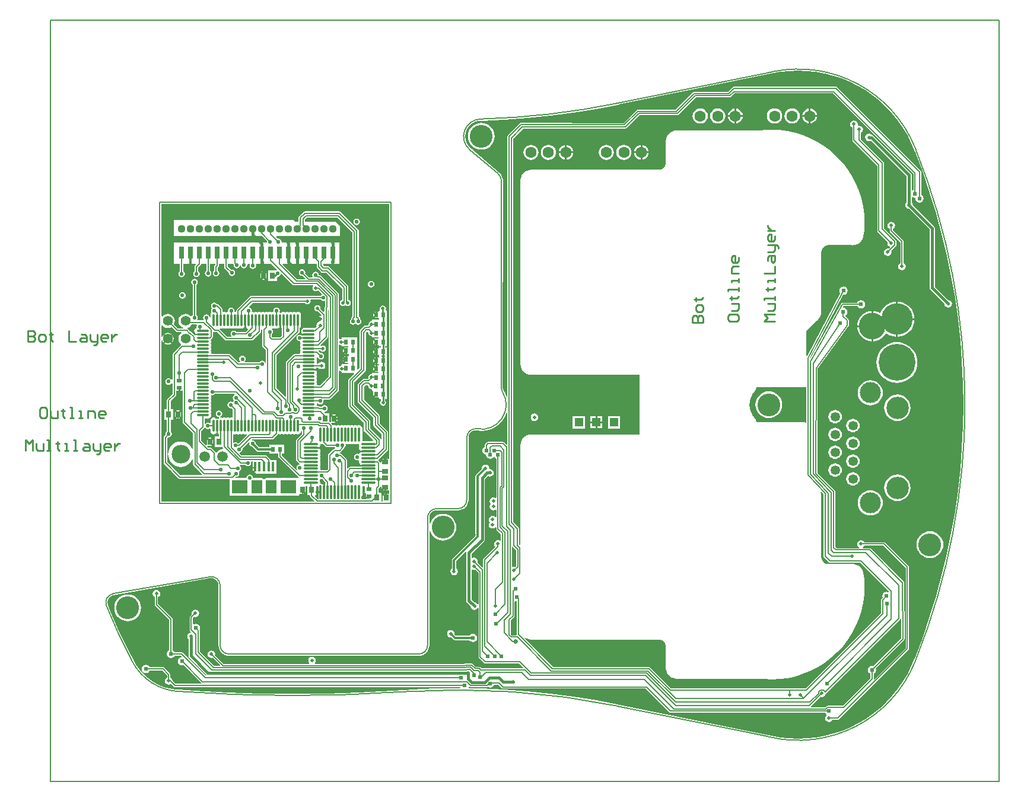
<source format=gbl>
G04 Layer_Physical_Order=4*
G04 Layer_Color=16711680*
%FSLAX25Y25*%
%MOIN*%
G70*
G01*
G75*
%ADD10R,0.03543X0.02559*%
%ADD11R,0.02559X0.03543*%
%ADD12R,0.02559X0.02165*%
%ADD14R,0.02165X0.02559*%
%ADD32C,0.01000*%
%ADD33C,0.01600*%
%ADD34C,0.00600*%
%ADD35C,0.01500*%
%ADD37C,0.01200*%
%ADD39C,0.02000*%
%ADD54C,0.00984*%
%ADD55C,0.00787*%
%ADD56C,0.00800*%
%ADD59C,0.00500*%
%ADD60C,0.12800*%
%ADD61C,0.06299*%
%ADD62C,0.05315*%
%ADD63C,0.11811*%
%ADD64C,0.12598*%
%ADD65R,0.04725X0.04725*%
%ADD66C,0.15000*%
%ADD67C,0.20700*%
%ADD68C,0.17700*%
%ADD69C,0.02400*%
%ADD70C,0.02500*%
%ADD71C,0.04400*%
%ADD72C,0.05500*%
%ADD73C,0.05906*%
%ADD74C,0.10500*%
%ADD75C,0.02200*%
%ADD76R,0.03000X0.07000*%
%ADD77O,0.07087X0.01181*%
%ADD78O,0.01181X0.07087*%
%ADD79O,0.01181X0.08268*%
%ADD80O,0.08268X0.01181*%
%ADD81R,0.06102X0.07480*%
%ADD82R,0.09055X0.07480*%
%ADD83R,0.01575X0.05512*%
G36*
X600993Y486317D02*
X605961Y485783D01*
X610878Y484895D01*
X615719Y483660D01*
X620460Y482082D01*
X625076Y480170D01*
X629544Y477933D01*
X633842Y475384D01*
X637946Y472534D01*
X641836Y469399D01*
X645493Y465994D01*
X648898Y462337D01*
X652033Y458447D01*
X654883Y454342D01*
X657433Y450045D01*
X659669Y445577D01*
X660859Y442705D01*
X660859Y442705D01*
X660859Y442705D01*
X660895Y442688D01*
X661219Y441778D01*
X661373Y441346D01*
X661386Y441314D01*
X661386Y441314D01*
X661768Y440391D01*
X666042Y429080D01*
X669959Y417640D01*
X673514Y406083D01*
X676705Y394421D01*
X679528Y382663D01*
X681980Y370823D01*
X684059Y358912D01*
X685762Y346941D01*
X687089Y334922D01*
X688038Y322868D01*
X688607Y310790D01*
X688797Y298700D01*
X688607Y286610D01*
X688038Y274532D01*
X687089Y262478D01*
X685762Y250460D01*
X684059Y238489D01*
X681980Y226578D01*
X679528Y214738D01*
X676705Y202980D01*
X673514Y191317D01*
X669959Y179761D01*
X666042Y168321D01*
X661768Y157010D01*
X661456Y156255D01*
X661455Y156256D01*
X661441Y156226D01*
X661285Y155791D01*
X660931Y154799D01*
X660895Y154783D01*
X660895D01*
X660895Y154783D01*
X659669Y151823D01*
X657433Y147355D01*
X654883Y143058D01*
X652033Y138954D01*
X648898Y135063D01*
X645493Y131406D01*
X641836Y128002D01*
X637946Y124866D01*
X633842Y122017D01*
X629544Y119467D01*
X625076Y117231D01*
X620460Y115319D01*
X615719Y113741D01*
X610878Y112505D01*
X605961Y111618D01*
X600993Y111084D01*
X596000Y110905D01*
X591006Y111084D01*
X586038Y111618D01*
X581121Y112505D01*
X579181Y113000D01*
X579138Y113018D01*
X494329Y130271D01*
X494193Y130271D01*
X482794Y132453D01*
X469906Y134532D01*
X456963Y136236D01*
X443975Y137563D01*
X430955Y138512D01*
X417913Y139081D01*
X411136Y139180D01*
X410854Y139657D01*
X410981Y139926D01*
X411466Y140074D01*
X411500Y140051D01*
X411851Y139981D01*
X421251D01*
X421602Y140051D01*
X421664Y140092D01*
X422054Y139832D01*
X422951Y139654D01*
X423849Y139832D01*
X424609Y140340D01*
X425118Y141101D01*
X425134Y141181D01*
X427571D01*
X429401Y139351D01*
X429699Y139152D01*
X430050Y139082D01*
X510370D01*
X523702Y125750D01*
X524000Y125551D01*
X524351Y125481D01*
X611198D01*
X611693Y124741D01*
X612010Y124528D01*
Y124028D01*
X611837Y123913D01*
X611373Y123218D01*
X611210Y122399D01*
X611373Y121579D01*
X611837Y120885D01*
X612532Y120421D01*
X613351Y120258D01*
X614171Y120421D01*
X614865Y120885D01*
X615264Y121481D01*
X618351D01*
X618702Y121551D01*
X619000Y121750D01*
X658000Y160750D01*
X658199Y161048D01*
X658269Y161399D01*
Y207399D01*
X658199Y207750D01*
X658000Y208048D01*
X645000Y221048D01*
X644702Y221247D01*
X644351Y221316D01*
X633264D01*
X632865Y221913D01*
X632170Y222377D01*
X631351Y222540D01*
X630532Y222377D01*
X629837Y221913D01*
X629373Y221218D01*
X629210Y220399D01*
X629373Y219579D01*
X629837Y218885D01*
X630351Y218541D01*
X630199Y218041D01*
X617596D01*
X616917Y218721D01*
Y249841D01*
X616847Y250192D01*
X616648Y250490D01*
X606934Y260203D01*
X607033Y319018D01*
X624242Y342761D01*
X624287Y342859D01*
X624347Y342949D01*
X624361Y343020D01*
X624392Y343087D01*
X624396Y343194D01*
X624417Y343300D01*
Y346100D01*
X624347Y346451D01*
X624148Y346749D01*
X622537Y348359D01*
X622601Y349003D01*
X622957Y349241D01*
X623466Y350002D01*
X623644Y350900D01*
X623466Y351797D01*
X622957Y352558D01*
X622197Y353066D01*
X621471Y353211D01*
X621165Y353689D01*
X621439Y354182D01*
X629146D01*
X629641Y353442D01*
X630402Y352933D01*
X631299Y352755D01*
X632197Y352933D01*
X632957Y353442D01*
X633466Y354202D01*
X633644Y355100D01*
X633466Y355997D01*
X632957Y356758D01*
X632197Y357266D01*
X631299Y357445D01*
X630402Y357266D01*
X629641Y356758D01*
X629146Y356017D01*
X620899D01*
X620774Y355993D01*
X620647Y355982D01*
X620600Y355958D01*
X620548Y355947D01*
X620442Y355877D01*
X620329Y355818D01*
X620294Y355778D01*
X620250Y355749D01*
X620180Y355643D01*
X620097Y355545D01*
X602973Y324728D01*
X602533Y324966D01*
X621316Y360491D01*
X621499Y360455D01*
X622397Y360633D01*
X623157Y361141D01*
X623666Y361902D01*
X623844Y362800D01*
X623666Y363697D01*
X623157Y364458D01*
X622397Y364966D01*
X621499Y365145D01*
X620602Y364966D01*
X619841Y364458D01*
X619333Y363697D01*
X619154Y362800D01*
X619333Y361902D01*
X619698Y361356D01*
X601119Y326218D01*
X600634Y326338D01*
Y340144D01*
X605892Y345402D01*
X606225Y345734D01*
X606293Y345770D01*
X606610Y346030D01*
X607192Y346508D01*
X607929Y347406D01*
X608476Y348431D01*
X608814Y349543D01*
X608880Y350215D01*
X608928Y350699D01*
X608928Y350700D01*
X608928D01*
X608917Y350711D01*
Y384300D01*
X608915Y384308D01*
X609053Y385357D01*
X609461Y386342D01*
X610111Y387188D01*
X610957Y387837D01*
X611942Y388246D01*
X612991Y388384D01*
X612999Y388382D01*
X626203D01*
X626699Y388371D01*
X626700Y388371D01*
X627179Y388418D01*
X627856Y388485D01*
X628968Y388823D01*
X629994Y389370D01*
X630892Y390108D01*
X631629Y391006D01*
X632177Y392031D01*
X632478Y393021D01*
X632585Y393182D01*
X632628Y393400D01*
X632635Y393398D01*
X633051Y396555D01*
X633249Y401100D01*
X633051Y405645D01*
X632457Y410156D01*
X631472Y414597D01*
X630104Y418936D01*
X628363Y423139D01*
X626262Y427175D01*
X623818Y431012D01*
X621048Y434621D01*
X617975Y437975D01*
X614621Y441049D01*
X611011Y443818D01*
X607174Y446263D01*
X603139Y448364D01*
X598936Y450105D01*
X594597Y451473D01*
X590155Y452457D01*
X585645Y453051D01*
X581100Y453250D01*
X576555Y453051D01*
X575379Y452896D01*
X574877Y452879D01*
X574877Y452879D01*
X574404Y452816D01*
X574399Y452817D01*
X527599D01*
Y452828D01*
X526442Y452714D01*
X525330Y452377D01*
X524305Y451829D01*
X523407Y451092D01*
X522670Y450193D01*
X522122Y449168D01*
X521784Y448056D01*
X521671Y446900D01*
X521681D01*
Y434800D01*
X521683Y434792D01*
X521545Y433743D01*
X521137Y432757D01*
X520488Y431911D01*
X519642Y431262D01*
X518656Y430854D01*
X517607Y430716D01*
X517599Y430717D01*
X445899D01*
Y430728D01*
X444742Y430614D01*
X443630Y430277D01*
X442605Y429729D01*
X441707Y428992D01*
X440970Y428093D01*
X440422Y427069D01*
X440085Y425956D01*
X439971Y424800D01*
X439982D01*
Y321400D01*
X439971D01*
X440085Y320243D01*
X440422Y319131D01*
X440970Y318106D01*
X441707Y317208D01*
X442605Y316470D01*
X443630Y315922D01*
X444742Y315585D01*
X445899Y315471D01*
Y315482D01*
X506882D01*
Y281917D01*
X445899D01*
Y281928D01*
X444742Y281814D01*
X443630Y281477D01*
X442605Y280929D01*
X441707Y280192D01*
X440970Y279293D01*
X440422Y278269D01*
X440085Y277156D01*
X439971Y276000D01*
X439982D01*
Y220011D01*
X439481Y219766D01*
X439269Y219931D01*
Y228899D01*
X439199Y229250D01*
X439000Y229548D01*
X435769Y232779D01*
Y287848D01*
X435717Y288109D01*
Y448224D01*
X441384Y453982D01*
X498899D01*
X499250Y454052D01*
X499548Y454251D01*
X506879Y461582D01*
X528199D01*
X528550Y461652D01*
X528848Y461851D01*
X538579Y471582D01*
X557599D01*
X557950Y471652D01*
X558248Y471851D01*
X560179Y473782D01*
X615519D01*
X660781Y428520D01*
Y419453D01*
X660279Y419117D01*
X659779Y419384D01*
Y427899D01*
X659779Y427899D01*
X659670Y428445D01*
X659361Y428908D01*
X638260Y450009D01*
X637796Y450318D01*
X637390Y450399D01*
X637313Y450514D01*
X636619Y450978D01*
X635799Y451141D01*
X634980Y450978D01*
X634285Y450514D01*
X633821Y449819D01*
X633658Y449000D01*
X633821Y448180D01*
X634285Y447486D01*
X634980Y447022D01*
X635799Y446859D01*
X636619Y447022D01*
X636973Y447258D01*
X656924Y427307D01*
Y412471D01*
X656837Y412413D01*
X656373Y411718D01*
X656210Y410899D01*
X656373Y410079D01*
X656837Y409385D01*
X657532Y408921D01*
X658351Y408758D01*
X658453Y408778D01*
X669924Y397307D01*
Y364399D01*
X669924Y364399D01*
X670032Y363853D01*
X670342Y363389D01*
X678230Y355501D01*
X678210Y355399D01*
X678373Y354579D01*
X678837Y353885D01*
X679532Y353421D01*
X680351Y353258D01*
X681171Y353421D01*
X681865Y353885D01*
X682329Y354579D01*
X682492Y355399D01*
X682329Y356218D01*
X681865Y356913D01*
X681171Y357377D01*
X680351Y357540D01*
X680249Y357520D01*
X672779Y364990D01*
Y397899D01*
X672779Y397899D01*
X672670Y398445D01*
X672361Y398908D01*
X672361Y398908D01*
X660472Y410797D01*
X660492Y410899D01*
X660329Y411718D01*
X659865Y412413D01*
X659779Y412471D01*
Y415215D01*
X660279Y415483D01*
X660802Y415133D01*
X661699Y414955D01*
X661871Y414783D01*
X661854Y414700D01*
X662033Y413802D01*
X662541Y413041D01*
X663302Y412533D01*
X664199Y412355D01*
X665097Y412533D01*
X665857Y413041D01*
X666366Y413802D01*
X666544Y414700D01*
X666366Y415597D01*
X665857Y416358D01*
X665117Y416853D01*
Y429600D01*
X665047Y429951D01*
X664848Y430249D01*
X617848Y477249D01*
X617550Y477448D01*
X617199Y477517D01*
X559799D01*
X559448Y477448D01*
X559150Y477249D01*
X556519Y474617D01*
X537399D01*
X537048Y474547D01*
X536750Y474349D01*
X527019Y464617D01*
X505899D01*
X505548Y464547D01*
X505250Y464349D01*
X497920Y457018D01*
X440201Y457117D01*
X440193Y457116D01*
X440185Y457117D01*
X440018Y457081D01*
X439849Y457048D01*
X439843Y457044D01*
X439835Y457042D01*
X439694Y456945D01*
X439551Y456850D01*
X439547Y456843D01*
X439541Y456839D01*
X432941Y450039D01*
X432847Y449894D01*
X432751Y449751D01*
X432750Y449744D01*
X432746Y449738D01*
X432715Y449569D01*
X432682Y449400D01*
Y303074D01*
X432182Y303015D01*
X432124Y303257D01*
X431238Y305395D01*
X430633Y306381D01*
X430634Y306381D01*
X430527Y306542D01*
X430153Y307443D01*
X430015Y308492D01*
X430017Y308500D01*
Y309310D01*
X430034Y309398D01*
X430134Y424594D01*
X430145D01*
X430145Y424594D01*
X430097Y425078D01*
X430031Y425751D01*
X429693Y426863D01*
X429145Y427888D01*
X428408Y428787D01*
X428398Y428795D01*
X428020Y429111D01*
D01*
X427632Y429414D01*
X412379Y442379D01*
X412068Y442757D01*
Y442757D01*
X411525Y443203D01*
X410419Y444551D01*
X409596Y446089D01*
X409090Y447758D01*
X408919Y449494D01*
X409090Y451230D01*
X409596Y452899D01*
X410419Y454437D01*
X411525Y455785D01*
X412873Y456892D01*
X414411Y457714D01*
X416081Y458220D01*
X417532Y458363D01*
X417542Y458354D01*
Y458354D01*
X417542Y458354D01*
X418061Y458362D01*
X431046Y458928D01*
X444008Y459873D01*
X456938Y461194D01*
X469824Y462890D01*
X482655Y464961D01*
X494822Y467289D01*
Y467289D01*
X495304Y467427D01*
X582156Y485095D01*
X582171Y485085D01*
X582171Y485085D01*
X582171Y485085D01*
X586038Y485783D01*
X591006Y486317D01*
X596000Y486495D01*
X600993Y486317D01*
D02*
G37*
G36*
X327954Y357545D02*
X328549Y357147D01*
X329252Y357008D01*
X329732Y357103D01*
X330232Y356778D01*
Y353865D01*
X330030Y353664D01*
X329809Y353333D01*
X329732Y352943D01*
Y351158D01*
X329270Y350966D01*
X327537Y352700D01*
X327585Y352943D01*
X327453Y353606D01*
X327077Y354169D01*
X326515Y354544D01*
X325851Y354676D01*
X325188Y354544D01*
X324626Y354169D01*
X324250Y353606D01*
X324118Y352943D01*
X324250Y352279D01*
X324626Y351717D01*
X325188Y351342D01*
X325851Y351209D01*
X326095Y351258D01*
X328215Y349138D01*
X328184Y348929D01*
X327639Y348552D01*
X327540Y348572D01*
X326955Y348456D01*
X326883Y348408D01*
X327894Y347396D01*
X327540Y347043D01*
X327894Y346689D01*
X326743Y345539D01*
X326682Y345215D01*
X325954Y344729D01*
X325468Y344001D01*
X325297Y343143D01*
X325423Y342512D01*
X324645Y341734D01*
X324564Y341789D01*
X323866Y341928D01*
X317960D01*
X317262Y341789D01*
X316669Y341393D01*
X316330Y340885D01*
X315937Y340928D01*
X315830Y340968D01*
Y341779D01*
X316102Y341961D01*
X316497Y342553D01*
X316636Y343251D01*
Y349157D01*
X316497Y349856D01*
X316102Y350448D01*
X315509Y350844D01*
X314811Y350983D01*
X314112Y350844D01*
X313826Y350653D01*
X313541Y350844D01*
X312842Y350983D01*
X312143Y350844D01*
X311858Y350653D01*
X311572Y350844D01*
X310874Y350983D01*
X310175Y350844D01*
X309889Y350653D01*
X309604Y350844D01*
X308905Y350983D01*
X308206Y350844D01*
X307921Y350653D01*
X307635Y350844D01*
X306937Y350983D01*
X306238Y350844D01*
X305646Y350448D01*
X305446Y350149D01*
X305394Y350184D01*
X304968Y350269D01*
X304943Y350264D01*
X304643Y350714D01*
X304695Y350793D01*
X304835Y351495D01*
X304695Y352197D01*
X304297Y352793D01*
X303702Y353190D01*
X302999Y353330D01*
X302297Y353190D01*
X301702Y352793D01*
X301304Y352197D01*
X301164Y351495D01*
X301227Y351179D01*
X301031Y350983D01*
X300332Y350844D01*
X300047Y350653D01*
X299761Y350844D01*
X299062Y350983D01*
X298364Y350844D01*
X298078Y350653D01*
X297793Y350844D01*
X297094Y350983D01*
X296395Y350844D01*
X296110Y350653D01*
X295824Y350844D01*
X295126Y350983D01*
X294427Y350844D01*
X294141Y350653D01*
X293856Y350844D01*
X293157Y350983D01*
X292458Y350844D01*
X292173Y350653D01*
X291887Y350844D01*
X291189Y350983D01*
X290490Y350844D01*
X290204Y350653D01*
X289919Y350844D01*
X289220Y350983D01*
X289024Y351179D01*
X289087Y351495D01*
X288947Y352197D01*
X288549Y352793D01*
X287954Y353190D01*
X287599Y353261D01*
X287434Y353803D01*
X289454Y355823D01*
X318988D01*
X319126Y355617D01*
X319688Y355241D01*
X320352Y355110D01*
X321015Y355241D01*
X321577Y355617D01*
X321953Y356179D01*
X322085Y356843D01*
X321989Y357323D01*
X322297Y357823D01*
X327768D01*
X327954Y357545D01*
D02*
G37*
G36*
X366204Y268259D02*
X362459D01*
X363885Y266833D01*
X363177Y266126D01*
X361752Y267552D01*
Y266195D01*
X361251Y266146D01*
X361225Y266280D01*
X361004Y266610D01*
X360329Y267285D01*
X360295Y267720D01*
X360342Y267915D01*
X365327Y272900D01*
X365327Y272900D01*
X365569Y273262D01*
X365654Y273689D01*
X365654Y273689D01*
Y283218D01*
X365569Y283644D01*
X365327Y284006D01*
X365327Y284006D01*
X360967Y288367D01*
Y292205D01*
X360967Y292205D01*
X360882Y292632D01*
X360640Y292993D01*
X352067Y301567D01*
Y308781D01*
X352913Y309628D01*
X354190D01*
X354544Y309273D01*
X354518Y309143D01*
X354650Y308479D01*
X355026Y307917D01*
X355588Y307541D01*
X356252Y307410D01*
X356400Y307287D01*
Y306590D01*
X356828D01*
X357200Y306281D01*
X357200Y306090D01*
Y303429D01*
X358429Y304658D01*
X359137Y303951D01*
X357907Y302722D01*
X360366Y302722D01*
X360437Y302251D01*
Y302022D01*
X361505D01*
Y300937D01*
X361150Y300406D01*
X361018Y299743D01*
X361150Y299079D01*
X361526Y298517D01*
X362088Y298142D01*
X362752Y298009D01*
X363415Y298142D01*
X363977Y298517D01*
X364353Y299079D01*
X364485Y299743D01*
X364353Y300406D01*
X363977Y300969D01*
X363935Y300996D01*
Y302022D01*
X365003D01*
Y306981D01*
X364903D01*
Y311549D01*
X365003Y311563D01*
Y316463D01*
Y320915D01*
Y325577D01*
X365003Y325874D01*
X365003D01*
Y326077D01*
X365003D01*
Y331036D01*
X363935D01*
Y331563D01*
X365003D01*
Y336522D01*
X365003D01*
X365003Y336563D01*
X365003D01*
Y341522D01*
X365003D01*
X365003Y341563D01*
X365003D01*
Y346522D01*
X365003D01*
Y346698D01*
X365003D01*
Y351657D01*
X364497D01*
X364268Y352157D01*
X364385Y352743D01*
X364253Y353406D01*
X363877Y353969D01*
X363315Y354344D01*
X362651Y354476D01*
X361988Y354344D01*
X361426Y353969D01*
X361050Y353406D01*
X360918Y352743D01*
X361035Y352157D01*
X360806Y351657D01*
X360437D01*
Y351428D01*
X360366Y350957D01*
X359937Y350957D01*
X357907D01*
X359137Y349728D01*
X358586Y349178D01*
X359137Y348627D01*
X357907Y347398D01*
X360366Y347398D01*
X360437Y346928D01*
Y346698D01*
X360010Y346522D01*
X356500D01*
Y345898D01*
X356351Y345776D01*
X355688Y345644D01*
X355126Y345269D01*
X354750Y344706D01*
X354618Y344043D01*
X354694Y343661D01*
X354334Y343245D01*
X352764D01*
X352338Y343161D01*
X351976Y342919D01*
X351976Y342919D01*
X349763Y340706D01*
X349521Y340344D01*
X349436Y339917D01*
X349436Y339917D01*
Y319167D01*
X348665Y318395D01*
X348203Y318586D01*
Y321622D01*
X348103Y321630D01*
Y326589D01*
X348103D01*
Y326597D01*
X348103D01*
Y331556D01*
X348103D01*
Y331563D01*
X348103D01*
Y336522D01*
X339600D01*
Y335981D01*
X339214Y335664D01*
X339152Y335676D01*
X338488Y335544D01*
X338412Y335493D01*
X337971Y335729D01*
Y360759D01*
X337894Y361150D01*
X337672Y361480D01*
X327889Y371264D01*
X327558Y371485D01*
X327168Y371562D01*
X326653D01*
X326587Y371643D01*
X326447Y372345D01*
X326049Y372941D01*
X325454Y373338D01*
X324751Y373478D01*
X324049Y373338D01*
X323454Y372941D01*
X323056Y372345D01*
X322916Y371643D01*
X323056Y370940D01*
X323148Y370803D01*
X322912Y370362D01*
X321274D01*
X319005Y372631D01*
X319087Y373043D01*
X318947Y373745D01*
X318549Y374341D01*
X317954Y374738D01*
X317251Y374878D01*
X316549Y374738D01*
X315954Y374341D01*
X315556Y373745D01*
X315416Y373043D01*
X315556Y372340D01*
X315954Y371745D01*
X316549Y371347D01*
X317251Y371208D01*
X317496Y371256D01*
X319128Y369624D01*
X318937Y369162D01*
X314674D01*
X306255Y377581D01*
X306447Y378043D01*
X325449D01*
Y376168D01*
X325449Y376168D01*
X325534Y375741D01*
X325776Y375380D01*
X327901Y373254D01*
X327901Y373254D01*
X328263Y373013D01*
X328689Y372928D01*
X328690Y372928D01*
X330827D01*
X339736Y364019D01*
Y357575D01*
X339582Y357544D01*
X339020Y357169D01*
X338644Y356606D01*
X338512Y355943D01*
X338644Y355279D01*
X339020Y354717D01*
X339582Y354342D01*
X340245Y354209D01*
X340909Y354342D01*
X341471Y354717D01*
X341620D01*
X342182Y354342D01*
X342845Y354209D01*
X343509Y354342D01*
X344071Y354717D01*
X344447Y355279D01*
X344579Y355943D01*
X344447Y356606D01*
X344071Y357169D01*
X343509Y357544D01*
X343354Y357575D01*
Y365055D01*
X343269Y365482D01*
X343027Y365844D01*
X332653Y376219D01*
X332291Y376461D01*
X331864Y376545D01*
X331864Y376545D01*
X329726D01*
X329067Y377205D01*
Y378043D01*
X338251D01*
Y390043D01*
X306033D01*
X305787Y390343D01*
X305647Y391045D01*
X305249Y391641D01*
X304654Y392038D01*
X303952Y392178D01*
X303623Y392113D01*
X302755Y392981D01*
X302947Y393443D01*
X338601D01*
Y398943D01*
X336102Y401443D01*
X318867D01*
Y402681D01*
X320013Y403828D01*
X337090D01*
X345517Y395400D01*
Y348438D01*
X345063Y347983D01*
X344821Y347622D01*
X344736Y347195D01*
X344736Y347195D01*
Y346781D01*
X344629Y346709D01*
X344231Y346114D01*
X344091Y345411D01*
X344231Y344709D01*
X344629Y344114D01*
X345224Y343716D01*
X345926Y343576D01*
X346629Y343716D01*
X347224Y344114D01*
X347429D01*
X348024Y343716D01*
X348726Y343576D01*
X349429Y343716D01*
X350024Y344114D01*
X350422Y344709D01*
X350562Y345411D01*
X350422Y346114D01*
X350024Y346709D01*
X349841Y346831D01*
Y347320D01*
X349841Y347320D01*
X349757Y347747D01*
X349515Y348109D01*
X349135Y348488D01*
Y396436D01*
X349135Y396436D01*
X349050Y396863D01*
X348809Y397225D01*
X338915Y407119D01*
X338553Y407361D01*
X338126Y407445D01*
X338126Y407445D01*
X318977D01*
X318550Y407361D01*
X318188Y407119D01*
X318188Y407119D01*
X315576Y404506D01*
X315334Y404144D01*
X315249Y403718D01*
X315249Y403718D01*
Y401443D01*
X313601D01*
X312601Y402443D01*
X245101D01*
Y393443D01*
X294810D01*
X297582Y390671D01*
X297516Y390343D01*
X297270Y390043D01*
X245251D01*
Y378043D01*
X248614D01*
Y373644D01*
X248336Y373459D01*
X247938Y372863D01*
X247798Y372161D01*
X247938Y371459D01*
X248336Y370863D01*
X248931Y370465D01*
X249633Y370326D01*
X250336Y370465D01*
X250931Y370863D01*
X251329Y371459D01*
X251469Y372161D01*
X251329Y372863D01*
X250931Y373459D01*
X250653Y373644D01*
Y378043D01*
X257556D01*
X257748Y377581D01*
X257230Y377064D01*
X257010Y376733D01*
X256932Y376343D01*
Y373726D01*
X256654Y373541D01*
X256256Y372945D01*
X256116Y372243D01*
X256256Y371540D01*
X256654Y370945D01*
X257249Y370547D01*
X257951Y370408D01*
X258654Y370547D01*
X259249Y370945D01*
X259647Y371540D01*
X259787Y372243D01*
X259647Y372945D01*
X259249Y373541D01*
X258971Y373726D01*
Y375921D01*
X260354Y377304D01*
X260575Y377635D01*
X260653Y378025D01*
Y378043D01*
X263614D01*
Y374148D01*
X263154Y373841D01*
X262756Y373245D01*
X262616Y372543D01*
X262756Y371841D01*
X263154Y371245D01*
X263749Y370847D01*
X264452Y370708D01*
X265154Y370847D01*
X265749Y371245D01*
X266147Y371841D01*
X266287Y372543D01*
X266147Y373245D01*
X265749Y373841D01*
X265653Y373905D01*
Y378043D01*
X268614D01*
Y377447D01*
X268231Y377064D01*
X268009Y376733D01*
X267932Y376343D01*
Y374126D01*
X267654Y373941D01*
X267256Y373345D01*
X267116Y372643D01*
X267256Y371940D01*
X267654Y371345D01*
X268249Y370947D01*
X268952Y370808D01*
X269654Y370947D01*
X270249Y371345D01*
X270647Y371940D01*
X270787Y372643D01*
X270647Y373345D01*
X270249Y373941D01*
X269971Y374126D01*
Y375921D01*
X270354Y376304D01*
X270575Y376635D01*
X270653Y377025D01*
Y378043D01*
X273614D01*
Y375961D01*
X273691Y375571D01*
X273912Y375240D01*
X275981Y373171D01*
X275916Y372843D01*
X276056Y372141D01*
X276454Y371545D01*
X277049Y371147D01*
X277751Y371008D01*
X278454Y371147D01*
X279049Y371545D01*
X279447Y372141D01*
X279587Y372843D01*
X279447Y373545D01*
X279049Y374141D01*
X278454Y374538D01*
X277751Y374678D01*
X277423Y374613D01*
X275653Y376383D01*
Y378043D01*
X278617D01*
X278691Y377671D01*
X278791Y377521D01*
X278716Y377143D01*
X278856Y376441D01*
X279254Y375845D01*
X279849Y375447D01*
X280552Y375308D01*
X281254Y375447D01*
X281849Y375845D01*
X282247Y376441D01*
X282347Y376941D01*
X282856D01*
X282956Y376441D01*
X283354Y375845D01*
X283949Y375447D01*
X284651Y375308D01*
X285354Y375447D01*
X285949Y375845D01*
X286347Y376441D01*
X286487Y377143D01*
X286407Y377543D01*
X286771Y378043D01*
X287754D01*
X288021Y377543D01*
X287956Y377445D01*
X287816Y376743D01*
X287956Y376041D01*
X288354Y375445D01*
X288949Y375047D01*
X289651Y374908D01*
X290354Y375047D01*
X290949Y375445D01*
X291347Y376041D01*
X291487Y376743D01*
X291347Y377445D01*
X291282Y377543D01*
X291549Y378043D01*
X299910D01*
X303250Y374702D01*
X303141Y374262D01*
X303069Y374176D01*
X298158D01*
Y368233D01*
X303117D01*
Y370245D01*
X303149Y370267D01*
X303442Y370560D01*
X304095Y370690D01*
X304691Y371088D01*
X305089Y371683D01*
X305167Y372078D01*
X305710Y372243D01*
X311731Y366222D01*
X312061Y366001D01*
X312452Y365923D01*
X323506D01*
X323644Y365639D01*
X323696Y365423D01*
X323350Y364906D01*
X323218Y364243D01*
X323350Y363580D01*
X323726Y363017D01*
X324288Y362642D01*
X324952Y362509D01*
X325615Y362642D01*
X326177Y363017D01*
X326438Y363043D01*
X328484Y360997D01*
X328361Y360413D01*
X327954Y360141D01*
X327768Y359862D01*
X288638D01*
X288248Y359785D01*
X287917Y359564D01*
X280625Y352272D01*
X280404Y351941D01*
X280326Y351551D01*
Y351232D01*
X279826Y350893D01*
X279378Y350983D01*
X279181Y351179D01*
X279244Y351495D01*
X279104Y352197D01*
X278707Y352793D01*
X278111Y353190D01*
X277409Y353330D01*
X276707Y353190D01*
X276111Y352793D01*
X275713Y352197D01*
X275574Y351495D01*
X275637Y351179D01*
X275441Y350983D01*
X274742Y350844D01*
X274456Y350653D01*
X274171Y350844D01*
X273472Y350983D01*
X273023Y350893D01*
X272523Y351232D01*
Y352291D01*
X272445Y352681D01*
X272224Y353012D01*
X270173Y355064D01*
X269842Y355285D01*
X269451Y355362D01*
X269435D01*
X269249Y355641D01*
X268654Y356038D01*
X267951Y356178D01*
X267249Y356038D01*
X266654Y355641D01*
X266256Y355045D01*
X266116Y354343D01*
X266256Y353641D01*
X266654Y353045D01*
Y352840D01*
X266256Y352245D01*
X266116Y351543D01*
X266256Y350840D01*
X266331Y350728D01*
X266276Y350448D01*
X265880Y349856D01*
X265741Y349157D01*
Y347923D01*
X265241Y347874D01*
X265147Y348345D01*
X264749Y348941D01*
X264154Y349338D01*
X263452Y349478D01*
X262749Y349338D01*
X262154Y348941D01*
X261756Y348345D01*
X261616Y347643D01*
X261756Y346940D01*
X262025Y346538D01*
X261943Y346313D01*
X261745Y346062D01*
X258595D01*
X258328Y346562D01*
X258447Y346741D01*
X258587Y347443D01*
X258447Y348145D01*
X258049Y348741D01*
X257771Y348926D01*
Y366059D01*
X258049Y366245D01*
X258447Y366841D01*
X258587Y367543D01*
X258447Y368245D01*
X258049Y368841D01*
X257454Y369238D01*
X256751Y369378D01*
X256049Y369238D01*
X255454Y368841D01*
X255056Y368245D01*
X254916Y367543D01*
X255056Y366841D01*
X255454Y366245D01*
X255732Y366059D01*
Y348926D01*
X255454Y348741D01*
X255312Y348528D01*
X254697Y348508D01*
X254636Y348588D01*
X253811Y349221D01*
X252850Y349620D01*
X251818Y349755D01*
X250787Y349620D01*
X249826Y349221D01*
X249001Y348588D01*
X248368Y347763D01*
X247970Y346802D01*
X247834Y345771D01*
X247970Y344740D01*
X248368Y343779D01*
X249001Y342954D01*
X249826Y342321D01*
X250692Y341962D01*
X250592Y341462D01*
X247569D01*
X245262Y343770D01*
X245269Y343779D01*
X245667Y344740D01*
X245802Y345771D01*
X245667Y346802D01*
X245269Y347763D01*
X244636Y348588D01*
X243811Y349221D01*
X242850Y349620D01*
X241818Y349755D01*
X240787Y349620D01*
X239826Y349221D01*
X239001Y348588D01*
X238720Y348222D01*
X238220Y348392D01*
Y411574D01*
X366204D01*
Y268259D01*
D02*
G37*
G36*
X304542Y342224D02*
X304968Y342140D01*
X305394Y342224D01*
X305446Y342259D01*
X305646Y341961D01*
X305917Y341779D01*
Y337375D01*
X304939Y336397D01*
X300666D01*
X300082Y336981D01*
Y338225D01*
X300360Y338410D01*
X300758Y339006D01*
X300898Y339708D01*
X300758Y340410D01*
X300360Y341006D01*
X300267Y341068D01*
X300462Y341539D01*
X301031Y341426D01*
X301730Y341565D01*
X302015Y341756D01*
X302301Y341565D01*
X302999Y341426D01*
X303698Y341565D01*
X304291Y341961D01*
X304490Y342259D01*
X304542Y342224D01*
D02*
G37*
G36*
X284858D02*
X285283Y342140D01*
X285708Y342224D01*
X285761Y342259D01*
X285961Y341961D01*
X286553Y341565D01*
X286696Y341536D01*
X286861Y340994D01*
X285413Y339547D01*
X280467D01*
X280281Y339825D01*
X279686Y340223D01*
X278984Y340362D01*
X278281Y340223D01*
X277686Y339825D01*
X277288Y339229D01*
X277149Y338527D01*
X277288Y337825D01*
X277666Y337259D01*
X277631Y337099D01*
X277490Y336759D01*
X275177D01*
X270900Y341036D01*
X271146Y341497D01*
X271503Y341426D01*
X272202Y341565D01*
X272488Y341756D01*
X272773Y341565D01*
X273472Y341426D01*
X274171Y341565D01*
X274456Y341756D01*
X274742Y341565D01*
X275441Y341426D01*
X276139Y341565D01*
X276425Y341756D01*
X276710Y341565D01*
X277409Y341426D01*
X278108Y341565D01*
X278393Y341756D01*
X278679Y341565D01*
X279378Y341426D01*
X280076Y341565D01*
X280362Y341756D01*
X280647Y341565D01*
X281346Y341426D01*
X282045Y341565D01*
X282330Y341756D01*
X282616Y341565D01*
X283314Y341426D01*
X284013Y341565D01*
X284605Y341961D01*
X284805Y342259D01*
X284858Y342224D01*
D02*
G37*
G36*
X316257Y339486D02*
X316273Y339403D01*
X316669Y338811D01*
X316968Y338611D01*
X316933Y338559D01*
X316880Y338294D01*
X316802Y338113D01*
X316380Y337923D01*
X315992Y338000D01*
X315289Y337860D01*
X314694Y337463D01*
X314296Y336867D01*
X314156Y336165D01*
X314296Y335463D01*
X314694Y334867D01*
X315289Y334469D01*
X315664Y334395D01*
X316135Y334196D01*
X316273Y333498D01*
X316464Y333212D01*
X316273Y332927D01*
X316135Y332228D01*
X316273Y331529D01*
X316464Y331244D01*
X316273Y330958D01*
X316135Y330259D01*
X316273Y329561D01*
X316464Y329275D01*
X316273Y328990D01*
X316135Y328291D01*
X316224Y327842D01*
X315885Y327342D01*
X313234D01*
X312844Y327264D01*
X312513Y327043D01*
X308530Y323061D01*
X308310Y322730D01*
X308232Y322340D01*
Y303258D01*
X307770Y303066D01*
X302971Y307865D01*
Y326621D01*
X315531Y339181D01*
X315744Y339500D01*
X315801Y339509D01*
X316257Y339486D01*
D02*
G37*
G36*
X258242Y343523D02*
X258056Y343245D01*
X257916Y342543D01*
X257961Y342320D01*
X257813Y341789D01*
X257621Y341660D01*
X257220Y341393D01*
X256825Y340800D01*
X256686Y340102D01*
X256825Y339403D01*
X257220Y338811D01*
X257519Y338611D01*
X257484Y338559D01*
X257399Y338133D01*
X257447Y337897D01*
X256995Y337656D01*
X256863Y337773D01*
X254872Y339764D01*
X254542Y339985D01*
X254394Y340014D01*
X253244Y341164D01*
X252913Y341385D01*
X252786Y341410D01*
X252802Y341917D01*
X252850Y341923D01*
X253811Y342321D01*
X254636Y342954D01*
X255269Y343779D01*
X255370Y344023D01*
X257975D01*
X258242Y343523D01*
D02*
G37*
G36*
X294849Y341028D02*
X294832Y340943D01*
Y331943D01*
X294910Y331553D01*
X295130Y331222D01*
X296932Y329420D01*
Y322428D01*
X296469Y322261D01*
X296432Y322268D01*
X296049Y322841D01*
X295454Y323238D01*
X294752Y323378D01*
X294049Y323238D01*
X293454Y322841D01*
X293268Y322562D01*
X285167D01*
X285006Y323056D01*
X285404Y323652D01*
X285543Y324354D01*
X285404Y325056D01*
X285006Y325652D01*
X284411Y326049D01*
X283708Y326189D01*
X283006Y326049D01*
X282411Y325652D01*
X282013Y325056D01*
X281873Y324354D01*
X282013Y323652D01*
X282411Y323056D01*
X282249Y322562D01*
X281474D01*
X276993Y327043D01*
X276662Y327264D01*
X276272Y327342D01*
X266492D01*
X266153Y327842D01*
X266243Y328291D01*
X266104Y328990D01*
X265913Y329275D01*
X266104Y329561D01*
X266243Y330259D01*
X266104Y330958D01*
X265913Y331244D01*
X266104Y331529D01*
X266243Y332228D01*
X266104Y332927D01*
X265913Y333212D01*
X266104Y333498D01*
X266243Y334196D01*
X266104Y334895D01*
X265913Y335181D01*
X266003Y335316D01*
X266195Y335444D01*
X266797Y336046D01*
X267018Y336377D01*
X267095Y336767D01*
Y339535D01*
X267274Y339609D01*
X267596Y339689D01*
X267877Y339501D01*
X268267Y339423D01*
X269629D01*
X274034Y335019D01*
X274364Y334798D01*
X274755Y334720D01*
X288867D01*
X289258Y334798D01*
X289588Y335019D01*
X293878Y339308D01*
X294099Y339639D01*
X294177Y340029D01*
Y340874D01*
X294677Y341142D01*
X294849Y341028D01*
D02*
G37*
G36*
X239001Y342954D02*
X239826Y342321D01*
X240787Y341923D01*
X241818Y341787D01*
X242850Y341923D01*
X243811Y342321D01*
X243820Y342328D01*
X246426Y339722D01*
X246757Y339501D01*
X247147Y339423D01*
X249268D01*
X249438Y338923D01*
X249001Y338588D01*
X248368Y337763D01*
X247970Y336802D01*
X247834Y335771D01*
X247970Y334740D01*
X248368Y333779D01*
X249001Y332954D01*
X249240Y332771D01*
X249231Y332165D01*
X249221Y332155D01*
X244730Y327664D01*
X244510Y327333D01*
X244432Y326943D01*
Y312832D01*
X244342Y312763D01*
X243666Y312875D01*
X243569Y313021D01*
X242973Y313419D01*
X242271Y313558D01*
X241569Y313419D01*
X240973Y313021D01*
X240576Y312425D01*
X240436Y311723D01*
X240576Y311021D01*
X240973Y310425D01*
X241569Y310028D01*
X242271Y309888D01*
X242973Y310028D01*
X243569Y310425D01*
X243666Y310571D01*
X244342Y310683D01*
X244432Y310615D01*
Y304765D01*
X241649Y301982D01*
X241428Y301651D01*
X241350Y301261D01*
Y296223D01*
X239890D01*
Y290280D01*
X241350D01*
Y283705D01*
X240954Y283441D01*
X240556Y282845D01*
X240416Y282143D01*
X240481Y281815D01*
X239680Y281013D01*
X239459Y280683D01*
X239382Y280293D01*
Y266193D01*
X239459Y265803D01*
X239680Y265472D01*
X247831Y257322D01*
X248161Y257101D01*
X248552Y257023D01*
X276406D01*
Y247563D01*
X315420D01*
Y248139D01*
X315787Y248460D01*
X315920Y248460D01*
X318639D01*
X317213Y249886D01*
X317920Y250593D01*
X319346Y249167D01*
X319346Y252738D01*
X319846Y252941D01*
X320205Y252712D01*
Y247760D01*
X321665D01*
Y247610D01*
X321743Y247220D01*
X321964Y246889D01*
X324170Y244682D01*
X323979Y244220D01*
X238220D01*
Y334659D01*
X238720Y334759D01*
X238980Y334132D01*
X239194Y333853D01*
X241111Y335771D01*
X239194Y337689D01*
X238980Y337410D01*
X238720Y336784D01*
X238220Y336883D01*
Y343151D01*
X238720Y343320D01*
X239001Y342954D01*
D02*
G37*
G36*
X332332Y351844D02*
Y314537D01*
X327358Y309562D01*
X326377D01*
X326060Y309625D01*
X325941D01*
X325602Y310125D01*
X325691Y310574D01*
X325552Y311273D01*
X325361Y311559D01*
X325552Y311844D01*
X325691Y312543D01*
X325552Y313242D01*
X325361Y313527D01*
X325552Y313813D01*
X325691Y314511D01*
X325552Y315210D01*
X325361Y315496D01*
X325552Y315781D01*
X325691Y316480D01*
X325552Y317179D01*
X325157Y317771D01*
X324858Y317970D01*
X324893Y318023D01*
X324978Y318448D01*
X324893Y318874D01*
X324858Y318926D01*
X325157Y319126D01*
X325338Y319397D01*
X326371D01*
X326665Y318957D01*
X327393Y318471D01*
X328252Y318300D01*
X329110Y318471D01*
X329838Y318957D01*
X330324Y319684D01*
X330495Y320543D01*
X330324Y321401D01*
X329838Y322129D01*
X329110Y322615D01*
X328252Y322786D01*
X327393Y322615D01*
X326665Y322129D01*
X326363Y321676D01*
X325983Y321675D01*
X325638Y322116D01*
X325691Y322385D01*
X325552Y323084D01*
X325361Y323370D01*
X325552Y323655D01*
X325691Y324354D01*
X325552Y325052D01*
X325552Y325053D01*
X325611Y325174D01*
X325637Y325184D01*
X326167Y325174D01*
X326454Y324745D01*
X327049Y324347D01*
X327751Y324208D01*
X328454Y324347D01*
X329049Y324745D01*
X329447Y325341D01*
X329587Y326043D01*
X329447Y326745D01*
X329049Y327341D01*
X328454Y327738D01*
X327751Y327878D01*
X327423Y327813D01*
X326497Y328740D01*
X326704Y329240D01*
X327477D01*
X327626Y329017D01*
X328188Y328642D01*
X328852Y328509D01*
X329515Y328642D01*
X330077Y329017D01*
X330453Y329579D01*
X330585Y330243D01*
X330453Y330906D01*
X330077Y331469D01*
X329515Y331844D01*
X328852Y331976D01*
X328188Y331844D01*
X327840Y331612D01*
X327782Y331624D01*
X327619Y332168D01*
X331472Y336022D01*
X331694Y336353D01*
X331771Y336743D01*
Y352067D01*
X331832Y352109D01*
X332332Y351844D01*
D02*
G37*
G36*
X338488Y332342D02*
X339152Y332209D01*
X339214Y332222D01*
X339600Y331905D01*
Y331563D01*
X343040D01*
X343140Y331562D01*
X343285Y331356D01*
X343048Y330878D01*
X343026Y330856D01*
X341007D01*
X342236Y329626D01*
X341686Y329076D01*
X342236Y328526D01*
X341007Y327297D01*
X343466Y327297D01*
X343499Y327081D01*
X343537Y326597D01*
X343537Y326589D01*
X343499Y326105D01*
X343466Y325889D01*
X343037Y325889D01*
X341007D01*
X342236Y324660D01*
X341686Y324110D01*
X342236Y323559D01*
X341007Y322330D01*
X343026Y322330D01*
X343285Y321830D01*
X343140Y321624D01*
X343040Y321622D01*
X339700D01*
Y320898D01*
X339551Y320776D01*
X338888Y320644D01*
X338471Y320366D01*
X337971Y320569D01*
Y332157D01*
X338412Y332392D01*
X338488Y332342D01*
D02*
G37*
G36*
X354217Y339497D02*
X354532Y339110D01*
X354518Y339043D01*
X354650Y338380D01*
X355026Y337817D01*
X355588Y337441D01*
X356252Y337310D01*
X356500Y337105D01*
Y336563D01*
X359954D01*
X360056Y336555D01*
X360205Y336322D01*
X359937Y335822D01*
X357907D01*
X359137Y334593D01*
X358586Y334043D01*
X359137Y333492D01*
X357907Y332263D01*
X360366Y332263D01*
X360437Y331793D01*
Y331563D01*
X361505D01*
Y331036D01*
X360437D01*
Y330806D01*
X360366Y330336D01*
X359937Y330336D01*
X357907D01*
X359137Y329107D01*
X358586Y328556D01*
X359137Y328006D01*
X357907Y326777D01*
X360366Y326777D01*
X360399Y326561D01*
X360437Y326077D01*
X360437Y325874D01*
X360399Y325390D01*
X360366Y325174D01*
X359937Y325174D01*
X357907D01*
X359137Y323945D01*
X358586Y323394D01*
X359137Y322844D01*
X357907Y321615D01*
X360314Y321615D01*
X360430Y321141D01*
X360392Y320894D01*
X360017Y320722D01*
X357907D01*
X359137Y319493D01*
X358586Y318943D01*
X359137Y318392D01*
X357907Y317163D01*
X359864Y317163D01*
X360110Y316663D01*
X360001Y316522D01*
X356500D01*
Y316162D01*
X356152Y315876D01*
X355488Y315744D01*
X354926Y315369D01*
X354550Y314806D01*
X354418Y314143D01*
X354529Y313585D01*
X354190Y313245D01*
X351877D01*
X351877Y313245D01*
X351450Y313160D01*
X351088Y312919D01*
X348776Y310606D01*
X348534Y310244D01*
X348449Y309818D01*
X348449Y309818D01*
Y300530D01*
X348449Y300530D01*
X348534Y300103D01*
X348776Y299742D01*
X357349Y291168D01*
Y287330D01*
X357349Y287330D01*
X357434Y286904D01*
X357676Y286542D01*
X362036Y282181D01*
Y279244D01*
X361536Y279195D01*
X361482Y279470D01*
X361240Y279831D01*
X361240Y279831D01*
X355567Y285505D01*
Y289505D01*
X355567Y289505D01*
X355482Y289932D01*
X355240Y290293D01*
X346667Y298867D01*
Y311281D01*
X352727Y317342D01*
X352727Y317342D01*
X352969Y317704D01*
X353054Y318130D01*
X353054Y318130D01*
Y338881D01*
X353687Y339514D01*
X354217Y339497D01*
D02*
G37*
G36*
X279316Y304705D02*
X279326Y304669D01*
X279175Y304055D01*
X278854Y303841D01*
X278456Y303245D01*
X278316Y302543D01*
X278456Y301840D01*
X278657Y301539D01*
X278754Y301041D01*
X278383Y300486D01*
X278259Y300371D01*
X277887Y300217D01*
X277854Y300238D01*
X277151Y300378D01*
X276449Y300238D01*
X275854Y299841D01*
X275456Y299245D01*
X275316Y298543D01*
X275456Y297840D01*
X275854Y297245D01*
X276449Y296847D01*
X277151Y296708D01*
X277480Y296773D01*
X278358Y295895D01*
Y291783D01*
X277858Y291444D01*
X277409Y291534D01*
X276710Y291395D01*
X276425Y291204D01*
X276139Y291395D01*
X275441Y291534D01*
X274742Y291395D01*
X274456Y291204D01*
X274171Y291395D01*
X273472Y291534D01*
X272773Y291395D01*
X272488Y291204D01*
X272202Y291395D01*
X271523Y291530D01*
X271484Y291597D01*
X271353Y292014D01*
X271849Y292345D01*
X272247Y292940D01*
X272387Y293643D01*
X272247Y294345D01*
X271849Y294941D01*
X271254Y295338D01*
X270551Y295478D01*
X269849Y295338D01*
X269254Y294941D01*
X268856Y294345D01*
X268716Y293643D01*
X268856Y292940D01*
X269254Y292345D01*
X269849Y291947D01*
X270532Y291811D01*
X270572Y291745D01*
X270705Y291328D01*
X270213Y290999D01*
X270013Y290700D01*
X269960Y290736D01*
X269535Y290820D01*
X269110Y290736D01*
X269057Y290700D01*
X268857Y290999D01*
X268265Y291395D01*
X267566Y291534D01*
X266868Y291395D01*
X266276Y290999D01*
X265880Y290407D01*
X265741Y289708D01*
Y288581D01*
X265241Y288314D01*
X265054Y288438D01*
X264352Y288578D01*
X263649Y288438D01*
X263054Y288041D01*
X262984Y287936D01*
X262484Y288087D01*
Y291032D01*
X264417D01*
X265115Y291171D01*
X265708Y291567D01*
X266104Y292159D01*
X266243Y292858D01*
X266104Y293556D01*
X265913Y293842D01*
X266104Y294128D01*
X266243Y294826D01*
X266104Y295525D01*
X265913Y295811D01*
X266104Y296096D01*
X266243Y296795D01*
X266104Y297493D01*
X265913Y297779D01*
X266104Y298065D01*
X266243Y298763D01*
X266104Y299462D01*
X265913Y299748D01*
X266104Y300033D01*
X266243Y300732D01*
X266104Y301431D01*
X265913Y301716D01*
X266104Y302002D01*
X266243Y302700D01*
X266104Y303399D01*
X265913Y303685D01*
X266104Y303970D01*
X266135Y304130D01*
X266752Y304008D01*
X267454Y304147D01*
X268049Y304545D01*
X268235Y304823D01*
X279228D01*
X279316Y304705D01*
D02*
G37*
G36*
X338888Y317442D02*
X339551Y317309D01*
X339700Y317187D01*
Y316663D01*
X346280D01*
X346471Y316201D01*
X343376Y313106D01*
X343134Y312744D01*
X343049Y312317D01*
X343049Y312317D01*
Y297830D01*
X343049Y297830D01*
X343134Y297404D01*
X343376Y297042D01*
X351949Y288468D01*
Y284430D01*
X351949Y284430D01*
X352034Y284003D01*
X352276Y283642D01*
X357111Y278807D01*
X356919Y278345D01*
X351085D01*
Y285378D01*
X350946Y286076D01*
X350550Y286668D01*
X349958Y287064D01*
X349259Y287203D01*
X348561Y287064D01*
X348275Y286873D01*
X347990Y287064D01*
X347291Y287203D01*
X346592Y287064D01*
X346307Y286873D01*
X346021Y287064D01*
X345322Y287203D01*
X344624Y287064D01*
X344338Y286873D01*
X344053Y287064D01*
X343354Y287203D01*
X342655Y287064D01*
X342370Y286873D01*
X342084Y287064D01*
X341385Y287203D01*
X340687Y287064D01*
X340401Y286873D01*
X340115Y287064D01*
X339417Y287203D01*
X338718Y287064D01*
X338433Y286873D01*
X338147Y287064D01*
X337448Y287203D01*
X336750Y287064D01*
X336464Y286873D01*
X336178Y287064D01*
X335480Y287203D01*
X334977Y287103D01*
X334453Y287173D01*
X334232Y287504D01*
X333619Y288118D01*
X333826Y288618D01*
X333835Y288618D01*
Y288618D01*
X333870Y288618D01*
X336355D01*
X334929Y290044D01*
X335636Y290751D01*
X337063Y289325D01*
Y292454D01*
X335636Y291028D01*
X335283Y291381D01*
X334929Y291028D01*
X333504Y292454D01*
X333504Y288984D01*
Y288949D01*
D01*
X333504Y288940D01*
X333450Y288918D01*
X333032Y288745D01*
X332883Y288853D01*
X332873Y288864D01*
X332823Y288897D01*
X332644Y289027D01*
Y293861D01*
X330220D01*
X329842Y294238D01*
X330042Y294745D01*
X330554Y294847D01*
X331149Y295245D01*
X331547Y295841D01*
X331687Y296543D01*
X331547Y297245D01*
X331149Y297841D01*
X330554Y298238D01*
X329852Y298378D01*
X329149Y298238D01*
X328554Y297841D01*
X328436Y297664D01*
X327278D01*
X327029Y297831D01*
X326600Y297916D01*
X326600Y297916D01*
X326009D01*
X325622Y298416D01*
X325691Y298763D01*
X325602Y299212D01*
X325657Y299294D01*
X326165Y299434D01*
X326760Y299036D01*
X327463Y298897D01*
X328165Y299036D01*
X328760Y299434D01*
X329158Y300029D01*
X329298Y300732D01*
X329208Y301181D01*
X329549Y301681D01*
X332651D01*
X333042Y301758D01*
X333372Y301979D01*
X337672Y306279D01*
X337894Y306610D01*
X337971Y307000D01*
Y317517D01*
X338471Y317720D01*
X338888Y317442D01*
D02*
G37*
G36*
X600096Y308657D02*
X600524Y308379D01*
X600553Y288948D01*
X600068Y288672D01*
X600054Y288674D01*
X599716Y288741D01*
X572445D01*
X572414Y289057D01*
X572076Y290170D01*
X571529Y291194D01*
X571296Y291478D01*
X571295Y291482D01*
X571142Y291711D01*
X571175Y291740D01*
X570695Y292303D01*
X569802Y293759D01*
X569149Y295337D01*
X568750Y296997D01*
X568616Y298700D01*
X568750Y300402D01*
X569149Y302063D01*
X569802Y303641D01*
X570695Y305097D01*
X571188Y305674D01*
X571154Y305703D01*
X571308Y305934D01*
X571309Y305937D01*
X571529Y306205D01*
X572076Y307230D01*
X572414Y308342D01*
X572440Y308606D01*
X599716D01*
X600023Y308667D01*
X600096Y308657D01*
D02*
G37*
G36*
X432682Y294326D02*
Y276268D01*
X432220Y276077D01*
X430848Y277449D01*
X430550Y277647D01*
X430199Y277717D01*
X421599D01*
X421248Y277647D01*
X420950Y277449D01*
X420150Y276649D01*
X419951Y276351D01*
X419881Y276000D01*
Y275153D01*
X419141Y274658D01*
X418633Y273897D01*
X418454Y273000D01*
X418633Y272102D01*
X419141Y271341D01*
X419902Y270833D01*
X420670Y270680D01*
X420654Y270600D01*
X420833Y269702D01*
X421341Y268941D01*
X422102Y268433D01*
X422999Y268255D01*
X423897Y268433D01*
X424657Y268941D01*
X424815Y269178D01*
X425416D01*
X425641Y268842D01*
X426381Y268347D01*
Y246475D01*
X425881Y246208D01*
X425570Y246416D01*
X424751Y246579D01*
X423932Y246416D01*
X423237Y245952D01*
X422773Y245257D01*
X422610Y244438D01*
X422773Y243618D01*
X423228Y242938D01*
X422773Y242257D01*
X422610Y241438D01*
X422773Y240618D01*
X423237Y239924D01*
X423932Y239459D01*
X424751Y239297D01*
X425570Y239459D01*
X425881Y239667D01*
X426381Y239400D01*
Y235679D01*
X425881Y235528D01*
X425765Y235702D01*
X425070Y236166D01*
X424251Y236329D01*
X423432Y236166D01*
X422737Y235702D01*
X422273Y235007D01*
X422110Y234188D01*
X422273Y233368D01*
X422728Y232688D01*
X422273Y232007D01*
X422110Y231188D01*
X422273Y230368D01*
X422737Y229674D01*
X423432Y229209D01*
X424251Y229047D01*
X425070Y229209D01*
X425765Y229674D01*
X425881Y229848D01*
X426381Y229696D01*
Y228951D01*
X426451Y228600D01*
X426650Y228302D01*
X428933Y226019D01*
Y222408D01*
X428434Y222141D01*
X428051Y222396D01*
X427232Y222559D01*
X426412Y222396D01*
X425718Y221932D01*
X425253Y221238D01*
X425091Y220418D01*
X425253Y219599D01*
X425718Y218904D01*
X425730Y218776D01*
X419202Y212248D01*
X419003Y211950D01*
X418933Y211599D01*
Y207567D01*
X418472Y207376D01*
X415852Y209995D01*
X415992Y210699D01*
X415829Y211518D01*
X415365Y212213D01*
X414671Y212677D01*
X413851Y212840D01*
X413032Y212677D01*
X412867Y212567D01*
X412427Y212803D01*
Y214955D01*
X419409Y221937D01*
X419718Y222400D01*
X419827Y222947D01*
X419827Y222947D01*
Y256855D01*
X421648Y258677D01*
X422032Y258421D01*
X422851Y258258D01*
X423670Y258421D01*
X424365Y258885D01*
X424829Y259579D01*
X424992Y260399D01*
X424829Y261218D01*
X424365Y261913D01*
X423670Y262377D01*
X422928Y262525D01*
X422744Y262639D01*
X422591Y262792D01*
X422477Y262975D01*
X422329Y263718D01*
X421865Y264413D01*
X421171Y264877D01*
X420351Y265040D01*
X419532Y264877D01*
X418837Y264413D01*
X418373Y263718D01*
X418210Y262899D01*
X418278Y262556D01*
X414986Y259264D01*
X414721Y258867D01*
X414628Y258399D01*
Y226410D01*
X414689Y226103D01*
Y224967D01*
X401834Y212112D01*
X401569Y211715D01*
X401476Y211247D01*
Y206607D01*
X401185Y206413D01*
X400721Y205718D01*
X400558Y204899D01*
X400721Y204079D01*
X401185Y203385D01*
X401880Y202921D01*
X402699Y202758D01*
X403518Y202921D01*
X404213Y203385D01*
X404677Y204079D01*
X404840Y204899D01*
X404677Y205718D01*
X404213Y206413D01*
X403923Y206607D01*
Y210740D01*
X409144Y215962D01*
X409605Y215715D01*
X409572Y215547D01*
X409572Y215547D01*
Y188490D01*
X409572Y188490D01*
X409680Y187943D01*
X409990Y187480D01*
X411930Y185540D01*
X411910Y185438D01*
X412073Y184618D01*
X412537Y183924D01*
X413232Y183459D01*
X414051Y183297D01*
X414871Y183459D01*
X415565Y183924D01*
X415934Y184475D01*
X416433Y184323D01*
Y156899D01*
X416503Y156548D01*
X416702Y156250D01*
X419501Y153451D01*
X419799Y153252D01*
X420150Y153182D01*
X439319D01*
X441623Y150878D01*
X441432Y150416D01*
X418031D01*
X417400Y151048D01*
X417102Y151247D01*
X416751Y151316D01*
X414831D01*
X413151Y152996D01*
X412854Y153195D01*
X412502Y153265D01*
X408890D01*
X408539Y153195D01*
X408242Y152996D01*
X408162Y152916D01*
X324564D01*
X324423Y153249D01*
X324386Y153416D01*
X324829Y154079D01*
X324992Y154899D01*
X324829Y155718D01*
X324365Y156413D01*
X323671Y156877D01*
X322851Y157040D01*
X322032Y156877D01*
X321337Y156413D01*
X320873Y155718D01*
X320710Y154899D01*
X320873Y154079D01*
X321316Y153416D01*
X321279Y153249D01*
X321138Y152916D01*
X273131D01*
X268352Y157695D01*
X268492Y158399D01*
X268329Y159218D01*
X267865Y159913D01*
X267171Y160377D01*
X266351Y160540D01*
X265532Y160377D01*
X264837Y159913D01*
X264373Y159218D01*
X264210Y158399D01*
X264373Y157579D01*
X264837Y156885D01*
X265532Y156421D01*
X266351Y156258D01*
X267055Y156397D01*
X271274Y152178D01*
X271082Y151716D01*
X267880D01*
X259817Y159780D01*
Y171600D01*
X259798Y171694D01*
X259797Y171791D01*
X259763Y171868D01*
X259747Y171951D01*
X259693Y172031D01*
X259655Y172120D01*
X259649Y172128D01*
X259766Y172302D01*
X259944Y173200D01*
X259766Y174097D01*
X259257Y174858D01*
X258497Y175366D01*
X257599Y175545D01*
X256702Y175366D01*
X256417Y175176D01*
X255917Y175443D01*
Y178667D01*
X256648Y179397D01*
X257351Y179258D01*
X258171Y179421D01*
X258865Y179885D01*
X259329Y180579D01*
X259492Y181399D01*
X259329Y182218D01*
X258865Y182913D01*
X258171Y183377D01*
X257351Y183540D01*
X256532Y183377D01*
X255837Y182913D01*
X255373Y182218D01*
X255210Y181399D01*
X255350Y180695D01*
X254350Y179696D01*
X254151Y179398D01*
X254082Y179047D01*
Y172100D01*
X254151Y171749D01*
X254350Y171451D01*
X254775Y171026D01*
X254603Y170491D01*
X254032Y170377D01*
X253337Y169913D01*
X252873Y169218D01*
X252710Y168399D01*
X252873Y167579D01*
X253337Y166885D01*
X253424Y166827D01*
Y157399D01*
X253424Y157399D01*
X253532Y156852D01*
X253842Y156389D01*
X263342Y146889D01*
X263342Y146889D01*
X263351Y146884D01*
X263390Y146799D01*
X263314Y146408D01*
X263110Y146387D01*
X250248Y159249D01*
X249950Y159448D01*
X249599Y159517D01*
X245752D01*
X245257Y160258D01*
X244517Y160753D01*
Y178151D01*
X244447Y178502D01*
X244248Y178800D01*
X236369Y186679D01*
Y190586D01*
X236965Y190985D01*
X237429Y191679D01*
X237592Y192499D01*
X237429Y193318D01*
X236965Y194013D01*
X236270Y194477D01*
X235451Y194640D01*
X234632Y194477D01*
X233937Y194013D01*
X233473Y193318D01*
X233310Y192499D01*
X233473Y191679D01*
X233937Y190985D01*
X234534Y190586D01*
Y186299D01*
X234603Y185948D01*
X234802Y185650D01*
X242682Y177771D01*
Y160753D01*
X241941Y160258D01*
X241433Y159497D01*
X241254Y158600D01*
X241433Y157702D01*
X241941Y156941D01*
X242702Y156433D01*
X243599Y156255D01*
X244497Y156433D01*
X245257Y156941D01*
X245752Y157682D01*
X249219D01*
X249681Y157220D01*
X249517Y156677D01*
X248955Y156565D01*
X248194Y156057D01*
X247686Y155296D01*
X247507Y154399D01*
X247686Y153501D01*
X248194Y152741D01*
X248955Y152232D01*
X249852Y152054D01*
X250726Y152227D01*
X260602Y142351D01*
X260802Y142217D01*
X260717Y141717D01*
X246330D01*
X244453Y143594D01*
X244329Y144218D01*
X243865Y144913D01*
X243269Y145311D01*
Y147001D01*
X243199Y147352D01*
X243000Y147650D01*
X239801Y150849D01*
X239503Y151048D01*
X239152Y151117D01*
X231652D01*
X231157Y151858D01*
X230397Y152366D01*
X229499Y152545D01*
X228602Y152366D01*
X227841Y151858D01*
X227333Y151097D01*
X227154Y150200D01*
X227333Y149302D01*
X227841Y148541D01*
X228602Y148033D01*
X229499Y147855D01*
X230397Y148033D01*
X231157Y148541D01*
X231652Y149282D01*
X238772D01*
X241434Y146621D01*
Y145311D01*
X240837Y144913D01*
X240373Y144218D01*
X240210Y143399D01*
X240373Y142579D01*
X240837Y141885D01*
X241532Y141421D01*
X242351Y141258D01*
X243170Y141421D01*
X243687Y141765D01*
X245301Y140151D01*
X245599Y139952D01*
X245950Y139882D01*
X406213D01*
X406291Y139750D01*
X406004Y139254D01*
X404859Y139271D01*
X391806Y139081D01*
X378763Y138512D01*
X375589Y138280D01*
X375554Y138287D01*
X375097D01*
X374605Y138314D01*
X374605Y138314D01*
X374605Y138314D01*
X367866Y137826D01*
X349358Y136869D01*
X330834Y136294D01*
X312302Y136102D01*
X293770Y136294D01*
X275246Y136869D01*
X256738Y137826D01*
X248191Y138445D01*
X248191Y138445D01*
Y138445D01*
X247713Y138419D01*
X246374Y138494D01*
X242991Y139069D01*
X239694Y140019D01*
X236523Y141332D01*
X233520Y142992D01*
X230722Y144978D01*
X228163Y147264D01*
X225877Y149823D01*
X223891Y152621D01*
X222847Y154510D01*
X222847Y154510D01*
X222847Y154510D01*
X222813Y154520D01*
X219088Y161641D01*
X214371Y171501D01*
X210008Y181524D01*
X208248Y185998D01*
X208248D01*
X208054Y186443D01*
X207915Y187500D01*
X208054Y188557D01*
X208462Y189542D01*
X209111Y190388D01*
X209957Y191037D01*
X210942Y191446D01*
X211296Y191492D01*
X211294Y191502D01*
X265559Y201096D01*
X265575Y201102D01*
X266199Y201185D01*
X267256Y201045D01*
X268242Y200637D01*
X269088Y199988D01*
X269737Y199142D01*
X270145Y198157D01*
X270221Y197575D01*
X270282Y197100D01*
D01*
X270282Y196606D01*
Y163500D01*
X270271D01*
X270385Y162343D01*
X270722Y161231D01*
X271270Y160206D01*
X272007Y159308D01*
X272905Y158570D01*
X273930Y158022D01*
X275043Y157685D01*
X276199Y157571D01*
Y157582D01*
X382799D01*
Y157571D01*
X383956Y157685D01*
X385068Y158022D01*
X386093Y158570D01*
X386991Y159308D01*
X387729Y160206D01*
X388276Y161231D01*
X388614Y162343D01*
X388728Y163500D01*
X388717D01*
Y227566D01*
X389217Y227640D01*
X389437Y226916D01*
X390133Y225613D01*
X391070Y224471D01*
X392212Y223534D01*
X393515Y222837D01*
X394929Y222408D01*
X396399Y222263D01*
X397869Y222408D01*
X399283Y222837D01*
X400586Y223534D01*
X401728Y224471D01*
X402665Y225613D01*
X403362Y226916D01*
X403791Y228329D01*
X403935Y229800D01*
X403791Y231270D01*
X403362Y232684D01*
X402665Y233987D01*
X401728Y235129D01*
X400586Y236066D01*
X399283Y236762D01*
X397869Y237191D01*
X396399Y237336D01*
X394929Y237191D01*
X393515Y236762D01*
X392212Y236066D01*
X391070Y235129D01*
X390133Y233987D01*
X389437Y232684D01*
X389217Y231959D01*
X388717Y232033D01*
Y235200D01*
X388715Y235208D01*
X388853Y236257D01*
X389262Y237242D01*
X389911Y238088D01*
X390757Y238737D01*
X391742Y239145D01*
X392791Y239284D01*
X392799Y239282D01*
X404799D01*
Y239271D01*
X405956Y239385D01*
X407068Y239722D01*
X408093Y240270D01*
X408991Y241008D01*
X409728Y241906D01*
X410276Y242931D01*
X410614Y244043D01*
X410728Y245200D01*
X410717D01*
Y280200D01*
X410715Y280207D01*
X410853Y281257D01*
X411262Y282242D01*
X411911Y283088D01*
X412757Y283737D01*
X413742Y284145D01*
X414799Y284285D01*
X415504Y284192D01*
X415793Y284136D01*
X415793Y284136D01*
X416036Y284117D01*
X418100Y283955D01*
X420406Y284136D01*
X422656Y284676D01*
X424794Y285562D01*
X426767Y286771D01*
X428526Y288274D01*
X430029Y290033D01*
X431238Y292006D01*
X432124Y294144D01*
X432182Y294385D01*
X432682Y294326D01*
D02*
G37*
G36*
X317332Y283753D02*
Y282365D01*
X314130Y279164D01*
X313910Y278833D01*
X313832Y278443D01*
Y267843D01*
X313910Y267453D01*
X314130Y267122D01*
X315297Y265956D01*
X315628Y265735D01*
X316005Y265660D01*
X315951Y265178D01*
X315249Y265038D01*
X314654Y264641D01*
X314256Y264045D01*
X314116Y263343D01*
X314256Y262641D01*
X314564Y262179D01*
X314176Y261860D01*
X305988Y270049D01*
Y271087D01*
X307251D01*
Y276046D01*
X298748D01*
Y274892D01*
X293177D01*
X291277Y276792D01*
X291147Y277445D01*
X290749Y278041D01*
X290154Y278438D01*
X289452Y278578D01*
X289395Y278567D01*
X289085Y279015D01*
X289153Y279123D01*
X300652D01*
X301042Y279201D01*
X301373Y279422D01*
X303720Y281770D01*
X303941Y282101D01*
X304447Y282081D01*
X304968Y281977D01*
X305667Y282116D01*
X305952Y282307D01*
X306238Y282116D01*
X306937Y281977D01*
X307635Y282116D01*
X307921Y282307D01*
X308206Y282116D01*
X308905Y281977D01*
X309604Y282116D01*
X309889Y282307D01*
X310175Y282116D01*
X310874Y281977D01*
X311572Y282116D01*
X311858Y282307D01*
X312143Y282116D01*
X312842Y281977D01*
X313541Y282116D01*
X313826Y282307D01*
X314112Y282116D01*
X314811Y281977D01*
X315509Y282116D01*
X316102Y282512D01*
X316497Y283104D01*
X316608Y283661D01*
X316953Y283861D01*
X317136Y283895D01*
X317332Y283753D01*
D02*
G37*
G36*
X284584Y282116D02*
X285283Y281977D01*
X285982Y282116D01*
X286270Y281732D01*
X286270Y281703D01*
X281575Y277009D01*
X281249Y277041D01*
X280654Y277438D01*
X279952Y277578D01*
X279249Y277438D01*
X278929Y277224D01*
X278429Y277491D01*
Y281728D01*
X278929Y282066D01*
X279378Y281977D01*
X280076Y282116D01*
X280362Y282307D01*
X280647Y282116D01*
X281346Y281977D01*
X282045Y282116D01*
X282330Y282307D01*
X282616Y282116D01*
X283314Y281977D01*
X284013Y282116D01*
X284299Y282307D01*
X284584Y282116D01*
D02*
G37*
G36*
X250055Y306629D02*
X250232Y306203D01*
Y288843D01*
X250309Y288453D01*
X250531Y288122D01*
X256032Y282621D01*
Y273906D01*
X255532Y273780D01*
X254999Y274777D01*
X254111Y275859D01*
X253029Y276747D01*
X251795Y277407D01*
X250455Y277813D01*
X249062Y277951D01*
X247670Y277813D01*
X246330Y277407D01*
X245096Y276747D01*
X244014Y275859D01*
X243126Y274777D01*
X242466Y273543D01*
X242060Y272203D01*
X241923Y270811D01*
X242060Y269418D01*
X242466Y268078D01*
X243126Y266844D01*
X244014Y265762D01*
X245096Y264874D01*
X246330Y264214D01*
X247670Y263808D01*
X249062Y263671D01*
X250455Y263808D01*
X251795Y264214D01*
X253029Y264874D01*
X254111Y265762D01*
X254999Y266844D01*
X255532Y267841D01*
X256032Y267716D01*
Y265243D01*
X256109Y264853D01*
X256330Y264522D01*
X261290Y259562D01*
X261083Y259062D01*
X248974D01*
X241421Y266616D01*
Y279870D01*
X241923Y280373D01*
X242251Y280308D01*
X242954Y280447D01*
X243549Y280845D01*
X243947Y281440D01*
X244087Y282143D01*
X243947Y282845D01*
X243549Y283441D01*
X243389Y283547D01*
Y290280D01*
X244849D01*
Y296223D01*
X243389D01*
Y300839D01*
X246172Y303622D01*
X246393Y303953D01*
X246471Y304343D01*
Y306140D01*
X246496Y306629D01*
X246971Y306629D01*
X250055Y306629D01*
D02*
G37*
G36*
X344624Y276604D02*
X345322Y276465D01*
X346021Y276604D01*
X346307Y276795D01*
X346592Y276604D01*
X347291Y276465D01*
X347990Y276604D01*
X348275Y276795D01*
X348561Y276604D01*
X349214Y276474D01*
X349344Y275821D01*
X349535Y275535D01*
X349344Y275249D01*
X349205Y274551D01*
X349344Y273852D01*
X349740Y273260D01*
X350039Y273060D01*
X350004Y273008D01*
X349919Y272582D01*
X350004Y272157D01*
X350039Y272104D01*
X349740Y271905D01*
X349344Y271312D01*
X349295Y271063D01*
X348977Y270931D01*
X348275Y271071D01*
X347573Y270931D01*
X346977Y270533D01*
X346580Y269938D01*
X346440Y269236D01*
X346580Y268533D01*
X346977Y267938D01*
X347573Y267540D01*
X348275Y267401D01*
X348887Y267522D01*
X349166Y267315D01*
X349301Y267155D01*
X349205Y266677D01*
X349344Y265978D01*
X349740Y265386D01*
X350039Y265186D01*
X350004Y265134D01*
X349919Y264708D01*
X350004Y264283D01*
X350039Y264230D01*
X349740Y264031D01*
X349559Y263759D01*
X344148D01*
X343758Y263682D01*
X343427Y263461D01*
X342867Y262900D01*
X342405Y263091D01*
Y267509D01*
X342327Y267899D01*
X342106Y268230D01*
X339473Y270864D01*
X339142Y271085D01*
X338752Y271162D01*
X338519D01*
X338323Y271438D01*
X338411Y271746D01*
X338526Y271949D01*
X338856Y272015D01*
X339187Y272236D01*
X340672Y273722D01*
X340894Y274053D01*
X340971Y274443D01*
Y274459D01*
X341249Y274645D01*
X341647Y275240D01*
X341787Y275943D01*
X341671Y276522D01*
X342084Y276604D01*
X342370Y276795D01*
X342655Y276604D01*
X343354Y276465D01*
X344053Y276604D01*
X344338Y276795D01*
X344624Y276604D01*
D02*
G37*
G36*
X262867Y285724D02*
X263054Y285445D01*
X263649Y285047D01*
X264352Y284908D01*
X265054Y285047D01*
X265241Y285172D01*
X265741Y284905D01*
Y283803D01*
X265880Y283104D01*
X266276Y282512D01*
X266868Y282116D01*
X267566Y281977D01*
X268265Y282116D01*
X268857Y282512D01*
X269057Y282810D01*
X269110Y282775D01*
X269535Y282691D01*
X269960Y282775D01*
X270013Y282810D01*
X270213Y282512D01*
X270484Y282330D01*
Y280914D01*
X268190D01*
Y274971D01*
X272503D01*
X272530Y274838D01*
X272751Y274507D01*
X273005Y274253D01*
X272784Y273805D01*
X272685Y273818D01*
X271601Y273675D01*
X270590Y273257D01*
X269723Y272591D01*
X269252Y271978D01*
X269209Y271964D01*
X268662Y272030D01*
X268572Y272164D01*
X266533Y274203D01*
X266202Y274424D01*
X265812Y274502D01*
X264634D01*
X263965Y275171D01*
X264172Y275671D01*
X266624D01*
X265198Y277097D01*
X265905Y277804D01*
X267331Y276378D01*
Y279507D01*
X265905Y278081D01*
X265551Y278435D01*
X265198Y278081D01*
X263772Y279507D01*
Y276071D01*
X263272Y275864D01*
X260471Y278665D01*
Y283821D01*
X262185Y285535D01*
X262289Y285690D01*
X262811Y285741D01*
X262867Y285724D01*
D02*
G37*
G36*
X328876Y276604D02*
X328966Y276586D01*
X330431Y275122D01*
X330761Y274901D01*
X331152Y274823D01*
X335543D01*
X335714Y274605D01*
X335754Y274545D01*
X335768Y274536D01*
X335844Y274438D01*
X335705Y273977D01*
X335537D01*
X335147Y273899D01*
X334816Y273678D01*
X332230Y271092D01*
X332010Y270761D01*
X331932Y270371D01*
Y262602D01*
X331120Y261791D01*
X327909D01*
X327571Y262291D01*
X327660Y262740D01*
X327521Y263438D01*
X327330Y263724D01*
X327521Y264009D01*
X327660Y264708D01*
X327521Y265407D01*
X327330Y265692D01*
X327521Y265978D01*
X327660Y266677D01*
X327521Y267375D01*
X327330Y267661D01*
X327521Y267947D01*
X327660Y268645D01*
X327521Y269344D01*
X327330Y269629D01*
X327521Y269915D01*
X327660Y270614D01*
X327521Y271312D01*
X327330Y271598D01*
X327521Y271884D01*
X327660Y272582D01*
X327521Y273281D01*
X327125Y273873D01*
X326826Y274073D01*
X326862Y274125D01*
X326946Y274551D01*
X326862Y274976D01*
X326826Y275029D01*
X327125Y275228D01*
X327521Y275821D01*
X327651Y276474D01*
X328305Y276604D01*
X328590Y276795D01*
X328876Y276604D01*
D02*
G37*
G36*
X287719Y277262D02*
X287616Y276743D01*
X287756Y276041D01*
X288154Y275445D01*
X288749Y275047D01*
X289403Y274917D01*
X291691Y272629D01*
X292121Y272342D01*
X292628Y272241D01*
X298748D01*
Y271087D01*
X303948D01*
Y269626D01*
X304026Y269236D01*
X304247Y268905D01*
X315071Y258082D01*
X315277Y257944D01*
X315130Y257444D01*
X289750D01*
X289587Y257643D01*
X289447Y258345D01*
X289049Y258941D01*
X288454Y259338D01*
X287752Y259478D01*
X287049Y259338D01*
X286454Y258941D01*
X286056Y258345D01*
X285916Y257643D01*
X285753Y257444D01*
X280013D01*
X279791Y257944D01*
X279972Y258143D01*
X280152Y258108D01*
X280854Y258247D01*
X281449Y258645D01*
X281847Y259241D01*
X281987Y259943D01*
X281847Y260645D01*
X281746Y260796D01*
X281954Y261347D01*
X282549Y261745D01*
X282947Y262340D01*
X283087Y263043D01*
X282947Y263745D01*
X282549Y264341D01*
X282306Y264503D01*
X282501Y264974D01*
X282757Y264923D01*
X285268D01*
X285454Y264645D01*
X286049Y264247D01*
X286752Y264108D01*
X287454Y264247D01*
X288049Y264645D01*
X288447Y265241D01*
X288587Y265943D01*
X288471Y266523D01*
X288750Y267023D01*
X289025D01*
X289507Y266980D01*
Y261175D01*
X290441Y262109D01*
X291148Y261402D01*
X290215Y260468D01*
X291367D01*
Y259768D01*
X303018D01*
Y267680D01*
X299464D01*
X299414Y267933D01*
X299193Y268264D01*
X297493Y269964D01*
X297162Y270185D01*
X296772Y270262D01*
X283274D01*
X282191Y271345D01*
X282355Y271888D01*
X282654Y271947D01*
X283249Y272345D01*
X283647Y272940D01*
X283787Y273643D01*
X283721Y273971D01*
X287259Y277508D01*
X287719Y277262D01*
D02*
G37*
G36*
X328151Y256908D02*
X328456Y256968D01*
X330409Y255015D01*
X330370Y254464D01*
X330252Y254385D01*
X330052Y254086D01*
X330000Y254121D01*
X329574Y254206D01*
X329149Y254121D01*
X328788Y253880D01*
X328392D01*
X328031Y254121D01*
X328022Y254123D01*
X327623Y254680D01*
X327660Y254866D01*
X327521Y255564D01*
X327330Y255850D01*
X327521Y256136D01*
X327660Y256834D01*
X327803Y256977D01*
X328151Y256908D01*
D02*
G37*
G36*
X363885Y251953D02*
X362459Y250527D01*
X366204D01*
Y249169D01*
X366196Y248673D01*
X363344D01*
X364770Y247247D01*
X364063Y246540D01*
X362637Y247966D01*
Y244220D01*
X361778D01*
Y249373D01*
X360318D01*
Y251491D01*
X361004Y252176D01*
X361225Y252507D01*
X361251Y252640D01*
X361752Y252591D01*
Y251234D01*
X363177Y252660D01*
X363885Y251953D01*
D02*
G37*
G36*
X326494Y252661D02*
Y246007D01*
X326503Y245962D01*
X326484Y245922D01*
X326047Y245689D01*
X324438Y247298D01*
X324629Y247760D01*
X325164D01*
Y253040D01*
X325834D01*
X325994Y253072D01*
X326494Y252661D01*
D02*
G37*
G36*
X352472Y249029D02*
X352702D01*
X353172Y248957D01*
Y245792D01*
X352808Y245462D01*
X351371D01*
X351054Y245849D01*
X351085Y246007D01*
Y253040D01*
X352472D01*
Y249029D01*
D02*
G37*
G36*
X435702Y218750D02*
X437534Y216919D01*
Y207879D01*
X437055Y207400D01*
X436351Y207540D01*
X435569Y207384D01*
X435454Y207392D01*
X435069Y207598D01*
Y218865D01*
X435569Y218950D01*
X435702Y218750D01*
D02*
G37*
G36*
X610198Y248461D02*
Y213624D01*
X610268Y213273D01*
X610467Y212975D01*
X613367Y210075D01*
X613665Y209876D01*
X614016Y209806D01*
X630936D01*
X647068Y193674D01*
X647042Y193501D01*
X646501Y193261D01*
X646496Y193265D01*
X645598Y193444D01*
X644701Y193265D01*
X643940Y192757D01*
X643432Y191996D01*
X643253Y191099D01*
X643427Y190225D01*
X642802Y189601D01*
X642603Y189303D01*
X642533Y188952D01*
Y181432D01*
X600319Y139217D01*
X524579D01*
X512848Y150949D01*
X512550Y151147D01*
X512199Y151217D01*
X458330D01*
X442152Y167396D01*
X442488Y167767D01*
X442605Y167670D01*
X443630Y167122D01*
X444742Y166785D01*
X445899Y166671D01*
Y166682D01*
X517599D01*
X517607Y166684D01*
X518656Y166545D01*
X519642Y166137D01*
X520488Y165488D01*
X521137Y164642D01*
X521545Y163657D01*
X521683Y162608D01*
X521681Y162600D01*
Y150600D01*
X521671D01*
X521784Y149443D01*
X522122Y148331D01*
X522670Y147306D01*
X523407Y146408D01*
X524305Y145670D01*
X525330Y145122D01*
X526442Y144785D01*
X527599Y144671D01*
Y144682D01*
X573923D01*
X574399Y144682D01*
X574399Y144682D01*
X574399Y144682D01*
X574879Y144622D01*
X574881Y144622D01*
X574891Y144621D01*
X575380Y144604D01*
X576555Y144449D01*
X581100Y144251D01*
X585645Y144449D01*
X590155Y145043D01*
X594597Y146028D01*
X598936Y147396D01*
X603139Y149137D01*
X607174Y151238D01*
X611011Y153682D01*
X614621Y156451D01*
X617975Y159525D01*
X621048Y162879D01*
X623818Y166489D01*
X626262Y170326D01*
X628363Y174361D01*
X630104Y178564D01*
X631472Y182903D01*
X632457Y187345D01*
X633051Y191855D01*
X633249Y196400D01*
X633051Y200945D01*
X632635Y204102D01*
X632628Y204101D01*
X632585Y204319D01*
X632477Y204480D01*
X632177Y205468D01*
X631629Y206493D01*
X630892Y207392D01*
X629994Y208129D01*
X628968Y208677D01*
X627856Y209014D01*
X627184Y209081D01*
X626700Y209128D01*
X626699Y209128D01*
X626203Y209117D01*
X612999D01*
X612991Y209116D01*
X611942Y209254D01*
X610957Y209662D01*
X610111Y210311D01*
X609461Y211157D01*
X609053Y212142D01*
X608915Y213192D01*
X608917Y213200D01*
Y247004D01*
X608928Y247499D01*
X608928Y247501D01*
X608881Y247980D01*
X608814Y248657D01*
X608564Y249482D01*
X609008Y249738D01*
X610198Y248461D01*
D02*
G37*
G36*
X413032Y206021D02*
X413851Y205858D01*
X414555Y205997D01*
X416433Y204119D01*
Y186552D01*
X415934Y186400D01*
X415565Y186952D01*
X414871Y187416D01*
X414051Y187579D01*
X413949Y187558D01*
X412427Y189081D01*
Y205895D01*
X412867Y206130D01*
X413032Y206021D01*
D02*
G37*
G36*
X437851Y188054D02*
X437933Y187986D01*
Y169399D01*
X437500Y169016D01*
X435228D01*
X434569Y169676D01*
Y177419D01*
X436400Y179250D01*
X436599Y179548D01*
X436669Y179899D01*
Y187867D01*
X437169Y188189D01*
X437851Y188054D01*
D02*
G37*
G36*
X653846Y178190D02*
X653880Y167279D01*
X638373Y151771D01*
X637499Y151945D01*
X636602Y151766D01*
X635841Y151258D01*
X635333Y150497D01*
X635154Y149600D01*
X635333Y148702D01*
X635841Y147942D01*
X636582Y147447D01*
Y144927D01*
X621071Y129416D01*
X612481D01*
X612130Y129347D01*
X611832Y129148D01*
X611201Y128516D01*
X603474D01*
X603266Y129016D01*
X608648Y134397D01*
X609351Y134258D01*
X610171Y134421D01*
X610865Y134885D01*
X611329Y135579D01*
X611475Y136313D01*
X611602Y136338D01*
X611900Y136537D01*
X612099Y136835D01*
X612103Y136852D01*
X653136Y177886D01*
X653335Y178183D01*
X653346Y178238D01*
X653846Y178190D01*
D02*
G37*
G36*
X656433Y207019D02*
Y161779D01*
X638858Y144204D01*
X638398Y144450D01*
X638417Y144547D01*
Y147447D01*
X639157Y147942D01*
X639666Y148702D01*
X639844Y149600D01*
X639670Y150473D01*
X655448Y166251D01*
X655449Y166252D01*
X655450Y166253D01*
X655547Y166399D01*
X655647Y166549D01*
X655647Y166550D01*
X655648Y166551D01*
X655683Y166727D01*
X655717Y166900D01*
X655717Y166901D01*
X655717Y166903D01*
X655617Y198627D01*
X655581Y198803D01*
X655546Y198977D01*
X655546Y198977D01*
X655546Y198977D01*
X655451Y199119D01*
X655346Y199274D01*
X636746Y217774D01*
X636597Y217873D01*
X636450Y217971D01*
X636449Y217972D01*
X636448Y217972D01*
X636275Y218006D01*
X636099Y218041D01*
X632503D01*
X632351Y218541D01*
X632865Y218885D01*
X633264Y219481D01*
X643971D01*
X656433Y207019D01*
D02*
G37*
%LPC*%
G36*
X602924Y465138D02*
Y461519D01*
X606544D01*
X606467Y462102D01*
X606049Y463111D01*
X605384Y463978D01*
X604517Y464643D01*
X603507Y465061D01*
X602924Y465138D01*
D02*
G37*
G36*
X601924D02*
X601341Y465061D01*
X600331Y464643D01*
X599465Y463978D01*
X598800Y463111D01*
X598381Y462102D01*
X598305Y461519D01*
X601924D01*
Y465138D01*
D02*
G37*
G36*
X561174Y465126D02*
Y461507D01*
X564794D01*
X564717Y462090D01*
X564299Y463099D01*
X563634Y463966D01*
X562767Y464631D01*
X561757Y465049D01*
X561174Y465126D01*
D02*
G37*
G36*
X560174D02*
X559591Y465049D01*
X558581Y464631D01*
X557715Y463966D01*
X557050Y463099D01*
X556631Y462090D01*
X556555Y461507D01*
X560174D01*
Y465126D01*
D02*
G37*
G36*
X606544Y460519D02*
X602924D01*
Y456899D01*
X603507Y456976D01*
X604517Y457394D01*
X605384Y458059D01*
X606049Y458926D01*
X606467Y459936D01*
X606544Y460519D01*
D02*
G37*
G36*
X601924D02*
X598305D01*
X598381Y459936D01*
X598800Y458926D01*
X599465Y458059D01*
X600331Y457394D01*
X601341Y456976D01*
X601924Y456899D01*
Y460519D01*
D02*
G37*
G36*
X564794Y460507D02*
X561174D01*
Y456887D01*
X561757Y456964D01*
X562767Y457382D01*
X563634Y458047D01*
X564299Y458914D01*
X564717Y459924D01*
X564794Y460507D01*
D02*
G37*
G36*
X560174D02*
X556555D01*
X556631Y459924D01*
X557050Y458914D01*
X557715Y458047D01*
X558581Y457382D01*
X559591Y456964D01*
X560174Y456887D01*
Y460507D01*
D02*
G37*
G36*
X592581Y465305D02*
X591472Y465159D01*
X590438Y464731D01*
X589550Y464049D01*
X588869Y463162D01*
X588441Y462128D01*
X588295Y461019D01*
X588441Y459909D01*
X588869Y458876D01*
X589550Y457988D01*
X590438Y457307D01*
X591472Y456879D01*
X592581Y456733D01*
X593690Y456879D01*
X594724Y457307D01*
X595612Y457988D01*
X596293Y458876D01*
X596721Y459909D01*
X596867Y461019D01*
X596721Y462128D01*
X596293Y463162D01*
X595612Y464049D01*
X594724Y464731D01*
X593690Y465159D01*
X592581Y465305D01*
D02*
G37*
G36*
X582738D02*
X581629Y465159D01*
X580595Y464731D01*
X579707Y464049D01*
X579026Y463162D01*
X578598Y462128D01*
X578452Y461019D01*
X578598Y459909D01*
X579026Y458876D01*
X579707Y457988D01*
X580595Y457307D01*
X581629Y456879D01*
X582738Y456733D01*
X583848Y456879D01*
X584881Y457307D01*
X585769Y457988D01*
X586450Y458876D01*
X586878Y459909D01*
X587024Y461019D01*
X586878Y462128D01*
X586450Y463162D01*
X585769Y464049D01*
X584881Y464731D01*
X583848Y465159D01*
X582738Y465305D01*
D02*
G37*
G36*
X550831Y465293D02*
X549722Y465147D01*
X548688Y464719D01*
X547800Y464038D01*
X547119Y463150D01*
X546691Y462116D01*
X546545Y461007D01*
X546691Y459897D01*
X547119Y458864D01*
X547800Y457976D01*
X548688Y457295D01*
X549722Y456867D01*
X550831Y456720D01*
X551940Y456867D01*
X552974Y457295D01*
X553862Y457976D01*
X554543Y458864D01*
X554971Y459897D01*
X555117Y461007D01*
X554971Y462116D01*
X554543Y463150D01*
X553862Y464038D01*
X552974Y464719D01*
X551940Y465147D01*
X550831Y465293D01*
D02*
G37*
G36*
X540988D02*
X539879Y465147D01*
X538845Y464719D01*
X537957Y464038D01*
X537276Y463150D01*
X536848Y462116D01*
X536702Y461007D01*
X536848Y459897D01*
X537276Y458864D01*
X537957Y457976D01*
X538845Y457295D01*
X539879Y456867D01*
X540988Y456720D01*
X542098Y456867D01*
X543131Y457295D01*
X544019Y457976D01*
X544700Y458864D01*
X545128Y459897D01*
X545274Y461007D01*
X545128Y462116D01*
X544700Y463150D01*
X544019Y464038D01*
X543131Y464719D01*
X542098Y465147D01*
X540988Y465293D01*
D02*
G37*
G36*
X417951Y457135D02*
X416481Y456990D01*
X415067Y456561D01*
X413764Y455865D01*
X412622Y454928D01*
X411685Y453786D01*
X410989Y452483D01*
X410560Y451069D01*
X410415Y449599D01*
X410560Y448128D01*
X410989Y446715D01*
X411685Y445412D01*
X412622Y444270D01*
X413764Y443332D01*
X415067Y442636D01*
X416481Y442207D01*
X417951Y442062D01*
X419421Y442207D01*
X420835Y442636D01*
X422138Y443332D01*
X423280Y444270D01*
X424217Y445412D01*
X424914Y446715D01*
X425343Y448128D01*
X425487Y449599D01*
X425343Y451069D01*
X424914Y452483D01*
X424217Y453786D01*
X423280Y454928D01*
X422138Y455865D01*
X420835Y456561D01*
X419421Y456990D01*
X417951Y457135D01*
D02*
G37*
G36*
X508405Y444667D02*
Y441048D01*
X512025D01*
X511948Y441631D01*
X511530Y442640D01*
X510865Y443507D01*
X509998Y444172D01*
X508988Y444590D01*
X508405Y444667D01*
D02*
G37*
G36*
X466037D02*
Y441048D01*
X469657D01*
X469580Y441631D01*
X469162Y442640D01*
X468497Y443507D01*
X467630Y444172D01*
X466620Y444590D01*
X466037Y444667D01*
D02*
G37*
G36*
X507405D02*
X506822Y444590D01*
X505813Y444172D01*
X504946Y443507D01*
X504281Y442640D01*
X503862Y441631D01*
X503786Y441048D01*
X507405D01*
Y444667D01*
D02*
G37*
G36*
X465037D02*
X464454Y444590D01*
X463445Y444172D01*
X462578Y443507D01*
X461913Y442640D01*
X461494Y441631D01*
X461418Y441048D01*
X465037D01*
Y444667D01*
D02*
G37*
G36*
X512025Y440048D02*
X508405D01*
Y436428D01*
X508988Y436505D01*
X509998Y436923D01*
X510865Y437588D01*
X511530Y438455D01*
X511948Y439465D01*
X512025Y440048D01*
D02*
G37*
G36*
X469657D02*
X466037D01*
Y436428D01*
X466620Y436505D01*
X467630Y436923D01*
X468497Y437588D01*
X469162Y438455D01*
X469580Y439465D01*
X469657Y440048D01*
D02*
G37*
G36*
X507405D02*
X503786D01*
X503862Y439465D01*
X504281Y438455D01*
X504946Y437588D01*
X505813Y436923D01*
X506822Y436505D01*
X507405Y436428D01*
Y440048D01*
D02*
G37*
G36*
X465037D02*
X461418D01*
X461494Y439465D01*
X461913Y438455D01*
X462578Y437588D01*
X463445Y436923D01*
X464454Y436505D01*
X465037Y436428D01*
Y440048D01*
D02*
G37*
G36*
X498062Y444834D02*
X496953Y444688D01*
X495919Y444260D01*
X495031Y443578D01*
X494350Y442691D01*
X493922Y441657D01*
X493776Y440548D01*
X493922Y439438D01*
X494350Y438405D01*
X495031Y437517D01*
X495919Y436836D01*
X496953Y436408D01*
X498062Y436262D01*
X499171Y436408D01*
X500205Y436836D01*
X501093Y437517D01*
X501774Y438405D01*
X502202Y439438D01*
X502348Y440548D01*
X502202Y441657D01*
X501774Y442691D01*
X501093Y443578D01*
X500205Y444260D01*
X499171Y444688D01*
X498062Y444834D01*
D02*
G37*
G36*
X488219D02*
X487110Y444688D01*
X486076Y444260D01*
X485188Y443578D01*
X484507Y442691D01*
X484079Y441657D01*
X483933Y440548D01*
X484079Y439438D01*
X484507Y438405D01*
X485188Y437517D01*
X486076Y436836D01*
X487110Y436408D01*
X488219Y436262D01*
X489328Y436408D01*
X490362Y436836D01*
X491250Y437517D01*
X491931Y438405D01*
X492359Y439438D01*
X492505Y440548D01*
X492359Y441657D01*
X491931Y442691D01*
X491250Y443578D01*
X490362Y444260D01*
X489328Y444688D01*
X488219Y444834D01*
D02*
G37*
G36*
X455694D02*
X454585Y444688D01*
X453551Y444260D01*
X452663Y443578D01*
X451982Y442691D01*
X451554Y441657D01*
X451408Y440548D01*
X451554Y439438D01*
X451982Y438405D01*
X452663Y437517D01*
X453551Y436836D01*
X454585Y436408D01*
X455694Y436262D01*
X456804Y436408D01*
X457837Y436836D01*
X458725Y437517D01*
X459406Y438405D01*
X459834Y439438D01*
X459980Y440548D01*
X459834Y441657D01*
X459406Y442691D01*
X458725Y443578D01*
X457837Y444260D01*
X456804Y444688D01*
X455694Y444834D01*
D02*
G37*
G36*
X445851D02*
X444742Y444688D01*
X443708Y444260D01*
X442820Y443578D01*
X442139Y442691D01*
X441711Y441657D01*
X441565Y440548D01*
X441711Y439438D01*
X442139Y438405D01*
X442820Y437517D01*
X443708Y436836D01*
X444742Y436408D01*
X445851Y436262D01*
X446960Y436408D01*
X447994Y436836D01*
X448882Y437517D01*
X449563Y438405D01*
X449991Y439438D01*
X450137Y440548D01*
X449991Y441657D01*
X449563Y442691D01*
X448882Y443578D01*
X447994Y444260D01*
X446960Y444688D01*
X445851Y444834D01*
D02*
G37*
G36*
X627351Y458540D02*
X626532Y458377D01*
X625837Y457913D01*
X625373Y457218D01*
X625210Y456399D01*
X625373Y455579D01*
X625837Y454885D01*
X626434Y454486D01*
Y447399D01*
X626503Y447048D01*
X626702Y446750D01*
X640434Y433019D01*
Y396399D01*
X640503Y396048D01*
X640702Y395750D01*
X646350Y390102D01*
X646210Y389399D01*
X646373Y388579D01*
X646837Y387885D01*
X647434Y387486D01*
X647592Y386937D01*
X647055Y386400D01*
X646351Y386540D01*
X645532Y386377D01*
X644837Y385913D01*
X644373Y385218D01*
X644210Y384399D01*
X644373Y383579D01*
X644837Y382885D01*
X645532Y382421D01*
X646351Y382258D01*
X647170Y382421D01*
X647865Y382885D01*
X648329Y383579D01*
X648492Y384399D01*
X648352Y385102D01*
X651000Y387750D01*
X651199Y388048D01*
X651269Y388399D01*
Y390399D01*
X651199Y390750D01*
X651000Y391048D01*
X644269Y397779D01*
Y434399D01*
X644199Y434750D01*
X644000Y435048D01*
X631269Y447779D01*
Y451486D01*
X631865Y451885D01*
X632329Y452579D01*
X632492Y453399D01*
X632329Y454218D01*
X631865Y454913D01*
X631171Y455377D01*
X630351Y455540D01*
X629783Y455427D01*
X629379Y455831D01*
X629492Y456399D01*
X629329Y457218D01*
X628865Y457913D01*
X628170Y458377D01*
X627351Y458540D01*
D02*
G37*
G36*
X648351Y401540D02*
X647532Y401377D01*
X646837Y400913D01*
X646373Y400218D01*
X646210Y399399D01*
X646373Y398579D01*
X646837Y397885D01*
X647434Y397486D01*
Y396399D01*
X647503Y396048D01*
X647702Y395750D01*
X653434Y390019D01*
Y378311D01*
X652837Y377913D01*
X652373Y377218D01*
X652210Y376399D01*
X652373Y375579D01*
X652837Y374885D01*
X653532Y374421D01*
X654351Y374258D01*
X655170Y374421D01*
X655865Y374885D01*
X656329Y375579D01*
X656492Y376399D01*
X656329Y377218D01*
X655865Y377913D01*
X655269Y378311D01*
Y390399D01*
X655199Y390750D01*
X655000Y391048D01*
X649269Y396779D01*
Y397486D01*
X649865Y397885D01*
X650329Y398579D01*
X650492Y399399D01*
X650329Y400218D01*
X649865Y400913D01*
X649170Y401377D01*
X648351Y401540D01*
D02*
G37*
G36*
X650987Y356641D02*
X649556Y356500D01*
X647699Y355937D01*
X645988Y355022D01*
X644488Y353791D01*
X643258Y352292D01*
X642343Y350580D01*
X642304Y350451D01*
X641842Y350260D01*
X640956Y350734D01*
X639353Y351220D01*
X638187Y351335D01*
Y342843D01*
Y334351D01*
X639353Y334466D01*
X640956Y334952D01*
X642432Y335741D01*
X643727Y336803D01*
X644789Y338098D01*
X645142Y338758D01*
X645632Y338855D01*
X645988Y338563D01*
X647699Y337649D01*
X649556Y337085D01*
X650987Y336944D01*
Y346793D01*
Y356641D01*
D02*
G37*
G36*
X651987D02*
Y347293D01*
X661336D01*
X661195Y348724D01*
X660631Y350580D01*
X659717Y352292D01*
X658486Y353791D01*
X656986Y355022D01*
X655275Y355937D01*
X653418Y356500D01*
X651987Y356641D01*
D02*
G37*
G36*
X637187Y351335D02*
X636021Y351220D01*
X634419Y350734D01*
X632942Y349944D01*
X631648Y348882D01*
X630585Y347588D01*
X629796Y346111D01*
X629310Y344509D01*
X629195Y343343D01*
X637187D01*
Y351335D01*
D02*
G37*
G36*
X661336Y346293D02*
X651987D01*
Y336944D01*
X653418Y337085D01*
X655275Y337649D01*
X656986Y338563D01*
X658486Y339794D01*
X659717Y341294D01*
X660631Y343005D01*
X661195Y344862D01*
X661336Y346293D01*
D02*
G37*
G36*
X637187Y342343D02*
X629195D01*
X629310Y341176D01*
X629796Y339574D01*
X630585Y338098D01*
X631648Y336803D01*
X632942Y335741D01*
X634419Y334952D01*
X636021Y334466D01*
X637187Y334351D01*
Y342343D01*
D02*
G37*
G36*
X651487Y333878D02*
X649690Y333737D01*
X647938Y333316D01*
X646273Y332626D01*
X644736Y331685D01*
X643366Y330514D01*
X642195Y329144D01*
X641254Y327607D01*
X640564Y325942D01*
X640143Y324189D01*
X640002Y322393D01*
X640143Y320596D01*
X640564Y318844D01*
X641254Y317178D01*
X642195Y315642D01*
X643366Y314271D01*
X644736Y313101D01*
X646273Y312159D01*
X647938Y311469D01*
X649690Y311049D01*
X651487Y310907D01*
X653284Y311049D01*
X655036Y311469D01*
X656701Y312159D01*
X658238Y313101D01*
X659609Y314271D01*
X660779Y315642D01*
X661721Y317178D01*
X662410Y318844D01*
X662831Y320596D01*
X662972Y322393D01*
X662831Y324189D01*
X662410Y325942D01*
X661721Y327607D01*
X660779Y329144D01*
X659609Y330514D01*
X658238Y331685D01*
X656701Y332626D01*
X655036Y333316D01*
X653284Y333737D01*
X651487Y333878D01*
D02*
G37*
G36*
X636515Y312432D02*
X635142Y312297D01*
X633821Y311896D01*
X632604Y311246D01*
X631537Y310370D01*
X630662Y309304D01*
X630012Y308087D01*
X629611Y306766D01*
X629476Y305393D01*
X629611Y304019D01*
X630012Y302699D01*
X630662Y301482D01*
X631537Y300415D01*
X632604Y299540D01*
X633821Y298889D01*
X635142Y298489D01*
X636515Y298353D01*
X637888Y298489D01*
X639209Y298889D01*
X640426Y299540D01*
X641493Y300415D01*
X642368Y301482D01*
X643019Y302699D01*
X643419Y304019D01*
X643554Y305393D01*
X643419Y306766D01*
X643019Y308087D01*
X642368Y309304D01*
X641493Y310370D01*
X640426Y311246D01*
X639209Y311896D01*
X637888Y312297D01*
X636515Y312432D01*
D02*
G37*
G36*
X651715Y304428D02*
X650265Y304285D01*
X648870Y303862D01*
X647585Y303174D01*
X646458Y302250D01*
X645533Y301123D01*
X644846Y299838D01*
X644423Y298443D01*
X644280Y296993D01*
X644423Y295542D01*
X644846Y294147D01*
X645533Y292862D01*
X646458Y291736D01*
X647585Y290811D01*
X648870Y290124D01*
X650265Y289701D01*
X651715Y289558D01*
X653166Y289701D01*
X654560Y290124D01*
X655846Y290811D01*
X656972Y291736D01*
X657897Y292862D01*
X658584Y294147D01*
X659007Y295542D01*
X659150Y296993D01*
X659007Y298443D01*
X658584Y299838D01*
X657897Y301123D01*
X656972Y302250D01*
X655846Y303174D01*
X654560Y303862D01*
X653166Y304285D01*
X651715Y304428D01*
D02*
G37*
G36*
X447851Y293730D02*
X447032Y293567D01*
X446337Y293103D01*
X445873Y292408D01*
X445710Y291589D01*
X445873Y290769D01*
X446337Y290075D01*
X447032Y289611D01*
X447851Y289448D01*
X448670Y289611D01*
X449365Y290075D01*
X449829Y290769D01*
X449992Y291589D01*
X449829Y292408D01*
X449365Y293103D01*
X448670Y293567D01*
X447851Y293730D01*
D02*
G37*
G36*
X486037Y292182D02*
X483174D01*
Y289320D01*
X486037D01*
Y292182D01*
D02*
G37*
G36*
X482174D02*
X479312D01*
Y289320D01*
X482174D01*
Y292182D01*
D02*
G37*
G36*
X616715Y295782D02*
X615734Y295653D01*
X614820Y295275D01*
X614035Y294672D01*
X613433Y293888D01*
X613055Y292973D01*
X612925Y291993D01*
X613055Y291012D01*
X613433Y290098D01*
X614035Y289313D01*
X614820Y288711D01*
X615734Y288332D01*
X616715Y288203D01*
X617696Y288332D01*
X618610Y288711D01*
X619395Y289313D01*
X619997Y290098D01*
X620376Y291012D01*
X620505Y291993D01*
X620376Y292973D01*
X619997Y293888D01*
X619395Y294672D01*
X618610Y295275D01*
X617696Y295653D01*
X616715Y295782D01*
D02*
G37*
G36*
X486037Y288320D02*
X483174D01*
Y285457D01*
X486037D01*
Y288320D01*
D02*
G37*
G36*
X482174D02*
X479312D01*
Y285457D01*
X482174D01*
Y288320D01*
D02*
G37*
G36*
X496037Y292282D02*
X489112D01*
Y285357D01*
X496037D01*
Y292282D01*
D02*
G37*
G36*
X476237D02*
X469312D01*
Y285357D01*
X476237D01*
Y292282D01*
D02*
G37*
G36*
X626715Y290782D02*
X625734Y290653D01*
X624820Y290275D01*
X624035Y289672D01*
X623433Y288888D01*
X623055Y287973D01*
X622926Y286993D01*
X623055Y286012D01*
X623433Y285098D01*
X624035Y284313D01*
X624820Y283711D01*
X625734Y283332D01*
X626715Y283203D01*
X627696Y283332D01*
X628610Y283711D01*
X629395Y284313D01*
X629997Y285098D01*
X630376Y286012D01*
X630505Y286993D01*
X630376Y287973D01*
X629997Y288888D01*
X629395Y289672D01*
X628610Y290275D01*
X627696Y290653D01*
X626715Y290782D01*
D02*
G37*
G36*
X616715Y285782D02*
X615734Y285653D01*
X614820Y285275D01*
X614035Y284672D01*
X613433Y283888D01*
X613055Y282974D01*
X612925Y281993D01*
X613055Y281012D01*
X613433Y280098D01*
X614035Y279313D01*
X614820Y278711D01*
X615734Y278332D01*
X616715Y278203D01*
X617696Y278332D01*
X618610Y278711D01*
X619395Y279313D01*
X619997Y280098D01*
X620376Y281012D01*
X620505Y281993D01*
X620376Y282974D01*
X619997Y283888D01*
X619395Y284672D01*
X618610Y285275D01*
X617696Y285653D01*
X616715Y285782D01*
D02*
G37*
G36*
X626715Y280782D02*
X625734Y280653D01*
X624820Y280275D01*
X624035Y279672D01*
X623433Y278888D01*
X623055Y277974D01*
X622926Y276993D01*
X623055Y276012D01*
X623433Y275098D01*
X624035Y274313D01*
X624820Y273711D01*
X625734Y273332D01*
X626715Y273203D01*
X627696Y273332D01*
X628610Y273711D01*
X629395Y274313D01*
X629997Y275098D01*
X630376Y276012D01*
X630505Y276993D01*
X630376Y277974D01*
X629997Y278888D01*
X629395Y279672D01*
X628610Y280275D01*
X627696Y280653D01*
X626715Y280782D01*
D02*
G37*
G36*
X616715Y275782D02*
X615734Y275653D01*
X614820Y275275D01*
X614035Y274672D01*
X613433Y273888D01*
X613055Y272973D01*
X612925Y271993D01*
X613055Y271012D01*
X613433Y270098D01*
X614035Y269313D01*
X614820Y268711D01*
X615734Y268332D01*
X616715Y268203D01*
X617696Y268332D01*
X618610Y268711D01*
X619395Y269313D01*
X619997Y270098D01*
X620376Y271012D01*
X620505Y271993D01*
X620376Y272973D01*
X619997Y273888D01*
X619395Y274672D01*
X618610Y275275D01*
X617696Y275653D01*
X616715Y275782D01*
D02*
G37*
G36*
X626715Y270782D02*
X625734Y270653D01*
X624820Y270275D01*
X624035Y269672D01*
X623433Y268888D01*
X623055Y267973D01*
X622926Y266993D01*
X623055Y266012D01*
X623433Y265098D01*
X624035Y264313D01*
X624820Y263711D01*
X625734Y263332D01*
X626715Y263203D01*
X627696Y263332D01*
X628610Y263711D01*
X629395Y264313D01*
X629997Y265098D01*
X630376Y266012D01*
X630505Y266993D01*
X630376Y267973D01*
X629997Y268888D01*
X629395Y269672D01*
X628610Y270275D01*
X627696Y270653D01*
X626715Y270782D01*
D02*
G37*
G36*
X616715Y265782D02*
X615734Y265653D01*
X614820Y265275D01*
X614035Y264672D01*
X613433Y263888D01*
X613055Y262973D01*
X612925Y261993D01*
X613055Y261012D01*
X613433Y260098D01*
X614035Y259313D01*
X614820Y258711D01*
X615734Y258332D01*
X616715Y258203D01*
X617696Y258332D01*
X618610Y258711D01*
X619395Y259313D01*
X619997Y260098D01*
X620376Y261012D01*
X620505Y261993D01*
X620376Y262973D01*
X619997Y263888D01*
X619395Y264672D01*
X618610Y265275D01*
X617696Y265653D01*
X616715Y265782D01*
D02*
G37*
G36*
X626715Y260782D02*
X625734Y260653D01*
X624820Y260275D01*
X624035Y259672D01*
X623433Y258888D01*
X623055Y257974D01*
X622926Y256993D01*
X623055Y256012D01*
X623433Y255098D01*
X624035Y254313D01*
X624820Y253711D01*
X625734Y253332D01*
X626715Y253203D01*
X627696Y253332D01*
X628610Y253711D01*
X629395Y254313D01*
X629997Y255098D01*
X630376Y256012D01*
X630505Y256993D01*
X630376Y257974D01*
X629997Y258888D01*
X629395Y259672D01*
X628610Y260275D01*
X627696Y260653D01*
X626715Y260782D01*
D02*
G37*
G36*
X651715Y259427D02*
X650265Y259285D01*
X648870Y258862D01*
X647585Y258174D01*
X646458Y257250D01*
X645533Y256123D01*
X644846Y254838D01*
X644423Y253443D01*
X644280Y251993D01*
X644423Y250542D01*
X644846Y249148D01*
X645533Y247862D01*
X646458Y246736D01*
X647585Y245811D01*
X648870Y245124D01*
X650265Y244701D01*
X651715Y244558D01*
X653166Y244701D01*
X654560Y245124D01*
X655846Y245811D01*
X656972Y246736D01*
X657897Y247862D01*
X658584Y249148D01*
X659007Y250542D01*
X659150Y251993D01*
X659007Y253443D01*
X658584Y254838D01*
X657897Y256123D01*
X656972Y257250D01*
X655846Y258174D01*
X654560Y258862D01*
X653166Y259285D01*
X651715Y259427D01*
D02*
G37*
G36*
X636515Y250532D02*
X635142Y250397D01*
X633821Y249996D01*
X632604Y249346D01*
X631537Y248470D01*
X630662Y247404D01*
X630012Y246187D01*
X629611Y244866D01*
X629476Y243493D01*
X629611Y242119D01*
X630012Y240799D01*
X630662Y239582D01*
X631537Y238515D01*
X632604Y237640D01*
X633821Y236989D01*
X635142Y236589D01*
X636515Y236453D01*
X637888Y236589D01*
X639209Y236989D01*
X640426Y237640D01*
X641493Y238515D01*
X642368Y239582D01*
X643019Y240799D01*
X643419Y242119D01*
X643554Y243493D01*
X643419Y244866D01*
X643019Y246187D01*
X642368Y247404D01*
X641493Y248470D01*
X640426Y249346D01*
X639209Y249996D01*
X637888Y250397D01*
X636515Y250532D01*
D02*
G37*
G36*
X669999Y227536D02*
X668529Y227391D01*
X667115Y226962D01*
X665812Y226266D01*
X664670Y225329D01*
X663733Y224187D01*
X663036Y222884D01*
X662608Y221470D01*
X662463Y220000D01*
X662608Y218529D01*
X663036Y217116D01*
X663733Y215813D01*
X664670Y214671D01*
X665812Y213734D01*
X667115Y213037D01*
X668529Y212608D01*
X669999Y212463D01*
X671469Y212608D01*
X672883Y213037D01*
X674186Y213734D01*
X675328Y214671D01*
X676265Y215813D01*
X676962Y217116D01*
X677391Y218529D01*
X677535Y220000D01*
X677391Y221470D01*
X676962Y222884D01*
X676265Y224187D01*
X675328Y225329D01*
X674186Y226266D01*
X672883Y226962D01*
X671469Y227391D01*
X669999Y227536D01*
D02*
G37*
G36*
X326175Y347700D02*
X326127Y347628D01*
X326011Y347043D01*
X326127Y346458D01*
X326175Y346385D01*
X326833Y347043D01*
X326175Y347700D01*
D02*
G37*
G36*
X347881Y403355D02*
X347179Y403215D01*
X346584Y402817D01*
X346186Y402221D01*
X346046Y401519D01*
X346186Y400817D01*
X346584Y400221D01*
X347179Y399824D01*
X347881Y399684D01*
X348584Y399824D01*
X349179Y400221D01*
X349577Y400817D01*
X349717Y401519D01*
X349577Y402221D01*
X349179Y402817D01*
X348584Y403215D01*
X347881Y403355D01*
D02*
G37*
G36*
X296592Y373476D02*
X294447D01*
X295519Y372404D01*
X296592Y373476D01*
D02*
G37*
G36*
X293740Y372769D02*
Y369640D01*
X295166Y371066D01*
X295519Y370712D01*
X295873Y371066D01*
X297299Y369640D01*
Y372769D01*
X295873Y371343D01*
X295519Y371696D01*
X295166Y371343D01*
X293740Y372769D01*
D02*
G37*
G36*
X295519Y370005D02*
X294447Y368933D01*
X296592D01*
X295519Y370005D01*
D02*
G37*
G36*
X356051Y368278D02*
X355349Y368138D01*
X354754Y367741D01*
X354356Y367145D01*
X354216Y366443D01*
X354356Y365740D01*
X354754Y365145D01*
X355349Y364747D01*
X356051Y364608D01*
X356754Y364747D01*
X357349Y365145D01*
X357747Y365740D01*
X357887Y366443D01*
X357747Y367145D01*
X357349Y367741D01*
X356754Y368138D01*
X356051Y368278D01*
D02*
G37*
G36*
X250014Y362016D02*
X249311Y361876D01*
X248716Y361478D01*
X248318Y360883D01*
X248178Y360181D01*
X248318Y359478D01*
X248716Y358883D01*
X249311Y358485D01*
X250014Y358345D01*
X250716Y358485D01*
X251311Y358883D01*
X251709Y359478D01*
X251849Y360181D01*
X251709Y360883D01*
X251311Y361478D01*
X250716Y361876D01*
X250014Y362016D01*
D02*
G37*
G36*
X357200Y350250D02*
Y348105D01*
X358273Y349178D01*
X357200Y350250D01*
D02*
G37*
G36*
X241818Y339049D02*
X240970Y338937D01*
X240179Y338610D01*
X239901Y338396D01*
X241818Y336478D01*
X243736Y338396D01*
X243458Y338610D01*
X242667Y338937D01*
X241818Y339049D01*
D02*
G37*
G36*
X244443Y337689D02*
X242526Y335771D01*
X244443Y333853D01*
X244657Y334132D01*
X244985Y334923D01*
X245096Y335771D01*
X244985Y336620D01*
X244657Y337410D01*
X244443Y337689D01*
D02*
G37*
G36*
X241818Y335064D02*
X239901Y333146D01*
X240179Y332932D01*
X240970Y332605D01*
X241818Y332493D01*
X242667Y332605D01*
X243458Y332932D01*
X243736Y333146D01*
X241818Y335064D01*
D02*
G37*
G36*
X340300Y330149D02*
Y328004D01*
X341373Y329076D01*
X340300Y330149D01*
D02*
G37*
G36*
Y325182D02*
Y323037D01*
X341373Y324110D01*
X340300Y325182D01*
D02*
G37*
G36*
X357200Y335115D02*
Y332970D01*
X358273Y334043D01*
X357200Y335115D01*
D02*
G37*
G36*
Y329629D02*
Y327484D01*
X358273Y328556D01*
X357200Y329629D01*
D02*
G37*
G36*
Y324467D02*
Y322322D01*
X358273Y323394D01*
X357200Y324467D01*
D02*
G37*
G36*
Y320015D02*
Y317870D01*
X358273Y318943D01*
X357200Y320015D01*
D02*
G37*
G36*
X336355Y293161D02*
X334211D01*
X335283Y292089D01*
X336355Y293161D01*
D02*
G37*
G36*
X579499Y306236D02*
X578029Y306091D01*
X576615Y305662D01*
X575312Y304966D01*
X574170Y304029D01*
X573233Y302887D01*
X572537Y301584D01*
X572108Y300170D01*
X571963Y298700D01*
X572108Y297229D01*
X572537Y295816D01*
X573233Y294513D01*
X574170Y293371D01*
X575312Y292434D01*
X576615Y291737D01*
X578029Y291308D01*
X579499Y291163D01*
X580969Y291308D01*
X582383Y291737D01*
X583686Y292434D01*
X584828Y293371D01*
X585765Y294513D01*
X586462Y295816D01*
X586891Y297229D01*
X587035Y298700D01*
X586891Y300170D01*
X586462Y301584D01*
X585765Y302887D01*
X584828Y304029D01*
X583686Y304966D01*
X582383Y305662D01*
X580969Y306091D01*
X579499Y306236D01*
D02*
G37*
G36*
X219299Y192036D02*
X217829Y191891D01*
X216415Y191462D01*
X215112Y190766D01*
X213970Y189829D01*
X213033Y188687D01*
X212336Y187384D01*
X211908Y185970D01*
X211763Y184500D01*
X211908Y183029D01*
X212336Y181616D01*
X213033Y180313D01*
X213970Y179171D01*
X215112Y178234D01*
X216415Y177537D01*
X217829Y177108D01*
X219299Y176963D01*
X220769Y177108D01*
X222183Y177537D01*
X223486Y178234D01*
X224628Y179171D01*
X225565Y180313D01*
X226262Y181616D01*
X226691Y183029D01*
X226835Y184500D01*
X226691Y185970D01*
X226262Y187384D01*
X225565Y188687D01*
X224628Y189829D01*
X223486Y190766D01*
X222183Y191462D01*
X220769Y191891D01*
X219299Y192036D01*
D02*
G37*
G36*
X400851Y172040D02*
X400032Y171877D01*
X399337Y171413D01*
X398873Y170718D01*
X398710Y169899D01*
X398873Y169079D01*
X399337Y168385D01*
X400032Y167921D01*
X400851Y167758D01*
X401194Y167826D01*
X402311Y166709D01*
X402708Y166443D01*
X403176Y166350D01*
X411350D01*
X411641Y165916D01*
X412402Y165407D01*
X413299Y165229D01*
X414197Y165407D01*
X414957Y165916D01*
X415466Y166676D01*
X415644Y167574D01*
X415466Y168471D01*
X414957Y169232D01*
X414197Y169740D01*
X413299Y169919D01*
X412402Y169740D01*
X411641Y169232D01*
X411350Y168797D01*
X403683D01*
X402924Y169556D01*
X402992Y169899D01*
X402829Y170718D01*
X402365Y171413D01*
X401671Y171877D01*
X400851Y172040D01*
D02*
G37*
G36*
X248560Y295523D02*
X246415D01*
X247488Y294451D01*
X248560Y295523D01*
D02*
G37*
G36*
X249267Y294816D02*
X247841Y293390D01*
X247488Y293744D01*
X247134Y293390D01*
X245708Y294816D01*
Y291687D01*
X247134Y293113D01*
X247488Y292759D01*
X247841Y293113D01*
X249267Y291687D01*
Y294816D01*
D02*
G37*
G36*
X247488Y292052D02*
X246415Y290980D01*
X248560D01*
X247488Y292052D01*
D02*
G37*
G36*
X266624Y280215D02*
X264479D01*
X265551Y279142D01*
X266624Y280215D01*
D02*
G37*
%LPD*%
D10*
X364023Y257425D02*
D03*
Y252307D02*
D03*
Y266480D02*
D03*
Y261362D02*
D03*
D11*
X330165Y290889D02*
D03*
X335283D02*
D03*
X270670Y277943D02*
D03*
X265551D02*
D03*
X242370Y293251D02*
D03*
X247488D02*
D03*
X359299Y246401D02*
D03*
X364417D02*
D03*
X322685Y250732D02*
D03*
X317566D02*
D03*
X295519Y371204D02*
D03*
X300637D02*
D03*
D12*
X248275Y312149D02*
D03*
Y308212D02*
D03*
X354952Y251311D02*
D03*
Y247374D02*
D03*
D14*
X301031Y273567D02*
D03*
X304968D02*
D03*
X362720Y328556D02*
D03*
X358783D02*
D03*
X362720Y334043D02*
D03*
X358783D02*
D03*
X362720Y344043D02*
D03*
X358783D02*
D03*
X358783Y339043D02*
D03*
X362720D02*
D03*
X345920Y319143D02*
D03*
X341983D02*
D03*
X345820Y329076D02*
D03*
X341883D02*
D03*
X345820Y324110D02*
D03*
X341883D02*
D03*
X362720Y314043D02*
D03*
X358783D02*
D03*
X362720Y323394D02*
D03*
X358783D02*
D03*
X358683Y309069D02*
D03*
X362620D02*
D03*
X345820Y334043D02*
D03*
X341883D02*
D03*
X358783Y349178D02*
D03*
X362720D02*
D03*
Y318943D02*
D03*
X358783D02*
D03*
Y304501D02*
D03*
X362720D02*
D03*
D32*
X536453Y344899D02*
X542451D01*
Y347898D01*
X541452Y348897D01*
X540452D01*
X539452Y347898D01*
Y344899D01*
Y347898D01*
X538452Y348897D01*
X537453D01*
X536453Y347898D01*
Y344899D01*
X542451Y351897D02*
Y353896D01*
X541452Y354895D01*
X539452D01*
X538452Y353896D01*
Y351897D01*
X539452Y350897D01*
X541452D01*
X542451Y351897D01*
X537453Y357894D02*
X538452D01*
Y356895D01*
Y358894D01*
Y357894D01*
X541452D01*
X542451Y358894D01*
X320913Y318443D02*
X330051D01*
X330651Y319043D02*
Y324143D01*
X330051Y318443D02*
X330651Y319043D01*
X320913Y318443D02*
Y318448D01*
X320451Y347043D02*
X327540D01*
X317652Y344243D02*
X320451Y347043D01*
X358752Y352643D02*
X358783Y352611D01*
Y349178D02*
Y352611D01*
Y326043D02*
Y328556D01*
Y323394D02*
Y326043D01*
Y328556D02*
Y333719D01*
Y318943D02*
Y323394D01*
X341883Y324110D02*
Y329076D01*
X339152Y324043D02*
X339218Y324110D01*
X341883D01*
X363851Y268943D02*
Y269143D01*
Y268226D02*
Y268943D01*
Y268226D02*
X364811Y267267D01*
X364023Y252307D02*
Y252700D01*
Y249971D02*
Y252307D01*
X362052Y249843D02*
X362152Y249943D01*
X364052D01*
X351652Y246443D02*
X354611D01*
X335283Y290889D02*
X338039D01*
X325259Y249551D02*
X327606D01*
X285251Y341143D02*
X285283Y341174D01*
Y346204D01*
X317161Y338133D02*
X320913D01*
X316251Y339043D02*
X317161Y338133D01*
X316251Y339043D02*
Y341043D01*
X317652Y342443D01*
Y344243D01*
X322291Y274551D02*
X328044D01*
X329651Y272943D01*
X364023Y249971D02*
X364052Y249943D01*
Y246766D02*
X364417Y246401D01*
X364052Y246766D02*
Y249943D01*
X354611Y246443D02*
X354952Y246784D01*
X325259Y249551D02*
X325267Y249543D01*
X325751D01*
X329574Y249551D02*
Y254220D01*
X328151Y255643D02*
X329574Y254220D01*
X328151Y255643D02*
Y255843D01*
X328051Y255943D02*
X328151Y255843D01*
X327652Y255943D02*
X328051D01*
X344732Y268055D02*
Y270417D01*
X346897Y272582D01*
X354574D01*
X344732Y266480D02*
Y268055D01*
Y266480D02*
X346503Y264708D01*
X354574D01*
X248275Y303567D02*
Y308212D01*
X304968Y341677D02*
Y346204D01*
X303393Y340102D02*
X304968Y341677D01*
X364023Y266480D02*
X364811Y267267D01*
X163247Y340191D02*
Y334193D01*
X166246D01*
X167245Y335192D01*
Y336192D01*
X166246Y337192D01*
X163247D01*
X166246D01*
X167245Y338192D01*
Y339191D01*
X166246Y340191D01*
X163247D01*
X170245Y334193D02*
X172244D01*
X173244Y335192D01*
Y337192D01*
X172244Y338192D01*
X170245D01*
X169245Y337192D01*
Y335192D01*
X170245Y334193D01*
X176243Y339191D02*
Y338192D01*
X175243D01*
X177242D01*
X176243D01*
Y335192D01*
X177242Y334193D01*
X186239Y340191D02*
Y334193D01*
X190238D01*
X193237Y338192D02*
X195237D01*
X196236Y337192D01*
Y334193D01*
X193237D01*
X192237Y335192D01*
X193237Y336192D01*
X196236D01*
X198235Y338192D02*
Y335192D01*
X199235Y334193D01*
X202234D01*
Y333193D01*
X201235Y332193D01*
X200235D01*
X202234Y334193D02*
Y338192D01*
X207233Y334193D02*
X205233D01*
X204234Y335192D01*
Y337192D01*
X205233Y338192D01*
X207233D01*
X208232Y337192D01*
Y336192D01*
X204234D01*
X210232Y338192D02*
Y334193D01*
Y336192D01*
X211231Y337192D01*
X212231Y338192D01*
X213231D01*
X556453Y348398D02*
Y346398D01*
X557453Y345399D01*
X561451D01*
X562451Y346398D01*
Y348398D01*
X561451Y349397D01*
X557453D01*
X556453Y348398D01*
X558452Y351397D02*
X561451D01*
X562451Y352396D01*
Y355396D01*
X558452D01*
X557453Y358395D02*
X558452D01*
Y357395D01*
Y359394D01*
Y358395D01*
X561451D01*
X562451Y359394D01*
Y362393D02*
Y364393D01*
Y363393D01*
X556453D01*
Y362393D01*
X562451Y367392D02*
Y369391D01*
Y368391D01*
X558452D01*
Y367392D01*
X562451Y372390D02*
X558452D01*
Y375389D01*
X559452Y376389D01*
X562451D01*
Y381387D02*
Y379388D01*
X561451Y378388D01*
X559452D01*
X558452Y379388D01*
Y381387D01*
X559452Y382387D01*
X560452D01*
Y378388D01*
X172744Y297358D02*
X170744D01*
X169745Y296358D01*
Y292360D01*
X170744Y291360D01*
X172744D01*
X173743Y292360D01*
Y296358D01*
X172744Y297358D01*
X175743Y295359D02*
Y292360D01*
X176742Y291360D01*
X179742D01*
Y295359D01*
X182740Y296358D02*
Y295359D01*
X181741D01*
X183740D01*
X182740D01*
Y292360D01*
X183740Y291360D01*
X186739D02*
X188739D01*
X187739D01*
Y297358D01*
X186739D01*
X191738Y291360D02*
X193737D01*
X192737D01*
Y295359D01*
X191738D01*
X196736Y291360D02*
Y295359D01*
X199735D01*
X200735Y294359D01*
Y291360D01*
X205733D02*
X203734D01*
X202734Y292360D01*
Y294359D01*
X203734Y295359D01*
X205733D01*
X206733Y294359D01*
Y293359D01*
X202734D01*
X582951Y345399D02*
X576953D01*
X578952Y347398D01*
X576953Y349397D01*
X582951D01*
X578952Y351397D02*
X581952D01*
X582951Y352396D01*
Y355396D01*
X578952D01*
X582951Y357395D02*
Y359394D01*
Y358395D01*
X576953D01*
Y357395D01*
X577953Y363393D02*
X578952D01*
Y362393D01*
Y364393D01*
Y363393D01*
X581952D01*
X582951Y364393D01*
Y367392D02*
Y369391D01*
Y368391D01*
X578952D01*
Y367392D01*
X576953Y372390D02*
X582951D01*
Y376389D01*
X578952Y379388D02*
Y381387D01*
X579952Y382387D01*
X582951D01*
Y379388D01*
X581952Y378388D01*
X580952Y379388D01*
Y382387D01*
X578952Y384386D02*
X581952D01*
X582951Y385386D01*
Y388385D01*
X583951D01*
X584950Y387385D01*
Y386385D01*
X582951Y388385D02*
X578952D01*
X582951Y393383D02*
Y391384D01*
X581952Y390384D01*
X579952D01*
X578952Y391384D01*
Y393383D01*
X579952Y394383D01*
X580952D01*
Y390384D01*
X578952Y396382D02*
X582951D01*
X580952D01*
X579952Y397382D01*
X578952Y398382D01*
Y399381D01*
X161747Y272943D02*
Y278941D01*
X163747Y276942D01*
X165746Y278941D01*
Y272943D01*
X167745Y276942D02*
Y273942D01*
X168745Y272943D01*
X171744D01*
Y276942D01*
X173743Y272943D02*
X175743D01*
X174743D01*
Y278941D01*
X173743D01*
X179742Y277941D02*
Y276942D01*
X178742D01*
X180741D01*
X179742D01*
Y273942D01*
X180741Y272943D01*
X183740D02*
X185740D01*
X184740D01*
Y276942D01*
X183740D01*
X188739Y272943D02*
X190738D01*
X189738D01*
Y278941D01*
X188739D01*
X194737Y276942D02*
X196736D01*
X197736Y275942D01*
Y272943D01*
X194737D01*
X193737Y273942D01*
X194737Y274942D01*
X197736D01*
X199735Y276942D02*
Y273942D01*
X200735Y272943D01*
X203734D01*
Y271943D01*
X202734Y270943D01*
X201734D01*
X203734Y272943D02*
Y276942D01*
X208732Y272943D02*
X206733D01*
X205733Y273942D01*
Y275942D01*
X206733Y276942D01*
X208732D01*
X209732Y275942D01*
Y274942D01*
X205733D01*
X211731Y276942D02*
Y272943D01*
Y274942D01*
X212731Y275942D01*
X213731Y276942D01*
X214730D01*
D33*
X410650Y147899D02*
Y147900D01*
X418399Y222947D02*
Y257447D01*
X254851Y157399D02*
Y168399D01*
Y157399D02*
X264351Y147899D01*
X635799Y449000D02*
X637250D01*
X658351Y427899D01*
Y410899D02*
Y427899D01*
X418399Y257447D02*
X421351Y260399D01*
X422851D01*
X428036Y145199D02*
X430336Y142899D01*
X435998D01*
X410999Y215547D02*
X418399Y222947D01*
X410999Y188490D02*
X414051Y185438D01*
X264351Y147899D02*
X410650D01*
X410999Y188490D02*
Y215547D01*
X626715Y266993D02*
X626985Y266724D01*
X658351Y410899D02*
X671351Y397899D01*
Y364399D02*
Y397899D01*
Y364399D02*
X680351Y355399D01*
X410650Y144504D02*
Y147899D01*
Y144504D02*
X412555Y142599D01*
X419874D01*
X422474Y145199D02*
X428036D01*
X419874Y142599D02*
X422474Y145199D01*
D34*
X417651Y149499D02*
X442500D01*
X445399Y146600D01*
X416751Y150399D02*
X417651Y149499D01*
X414451Y150399D02*
X416751D01*
X412502Y152347D02*
X414451Y150399D01*
X408890Y152347D02*
X412502D01*
X408542Y151999D02*
X408890Y152347D01*
X272751Y151999D02*
X408542D01*
X266351Y158399D02*
X272751Y151999D01*
X267500Y150799D02*
X409039D01*
X409387Y151147D01*
X411972D01*
X413921Y149199D01*
X416151D01*
X409935Y149822D02*
X411424Y149823D01*
X266600Y149599D02*
X409662D01*
X257599Y158600D02*
X266600Y149599D01*
X411424Y149823D02*
X413750Y147499D01*
X262999Y145200D02*
X406499D01*
X261251Y143000D02*
X409750D01*
X637499Y144547D02*
Y149600D01*
X621451Y128499D02*
X637499Y144547D01*
X612481Y128499D02*
X621451D01*
X618351Y122399D02*
X657351Y161399D01*
X652487Y178535D02*
Y197053D01*
X611251Y137299D02*
X652487Y178535D01*
X427299Y228951D02*
Y270500D01*
X428499Y229751D02*
X431351Y226899D01*
X428499Y229751D02*
Y252100D01*
X429699Y230551D02*
X432851Y227399D01*
X429699Y230551D02*
Y251400D01*
X433599Y231651D02*
X436351Y228899D01*
X433599Y231651D02*
Y449400D01*
X434851Y232399D02*
X438351Y228899D01*
X434851Y232399D02*
Y287848D01*
X425851Y185399D02*
Y195026D01*
X434799Y287900D02*
X434851Y287848D01*
X425099Y273000D02*
X428399D01*
X420799D02*
Y276000D01*
X429399Y253000D02*
Y272000D01*
X430699Y252400D02*
Y273100D01*
X434799Y287900D02*
Y448600D01*
X445399Y146600D02*
X510099D01*
X601416Y324817D02*
X621499Y362800D01*
X611116Y213624D02*
X614016Y210724D01*
X631316D01*
X611099Y248841D02*
X611116Y248824D01*
Y213624D02*
Y248824D01*
X601416Y324817D02*
X601516Y259124D01*
X611099Y248841D01*
X257599Y158600D02*
Y169500D01*
X254999Y172100D02*
X257599Y169500D01*
X254999Y172100D02*
Y179047D01*
X612599Y249241D02*
X612716Y248557D01*
Y215224D02*
Y248557D01*
Y215224D02*
X614816Y213524D01*
X626351D01*
X603016Y322917D02*
X620899Y355100D01*
X602916Y259524D02*
X603016Y322917D01*
X602916Y259524D02*
X612599Y249241D01*
X620899Y355100D02*
X631299D01*
X614199Y249641D02*
X614516Y249324D01*
Y217024D02*
Y249324D01*
Y217024D02*
X615916Y215624D01*
X633916D01*
X652487Y197053D01*
X604516Y321817D02*
X619599Y344600D01*
X604416Y259724D02*
X604516Y321817D01*
X604416Y259724D02*
X614199Y249641D01*
X445999Y147800D02*
X510899D01*
X439699Y154100D02*
X445999Y147800D01*
X636099Y217124D02*
X654699Y198624D01*
X617216Y217124D02*
X636099D01*
X615999Y218341D02*
X617216Y217124D01*
X615999Y218341D02*
Y249841D01*
X606116Y319317D02*
X623499Y343300D01*
X606016Y259824D02*
X606116Y319317D01*
X606016Y259824D02*
X615999Y249841D01*
X623499Y343300D02*
Y346100D01*
X621299Y348300D02*
X623499Y346100D01*
X621299Y348300D02*
Y350900D01*
X654699Y198624D02*
X654799Y166900D01*
X258899Y159400D02*
Y171600D01*
X257799Y173200D02*
X258899Y171600D01*
X257599Y173200D02*
X257799D01*
X428499Y252100D02*
X429399Y253000D01*
X428399Y273000D02*
X429399Y272000D01*
X249599Y158600D02*
X262999Y145200D01*
X243599Y158600D02*
X249599D01*
X433599Y449400D02*
X440199Y456200D01*
X498299Y456100D01*
X505899Y463700D01*
X527399D01*
X537399Y473700D01*
X556899D01*
X559799Y476600D01*
X617199D01*
X664199Y429600D01*
Y414700D02*
Y429600D01*
X615899Y474700D02*
X661699Y428900D01*
Y417300D02*
Y428900D01*
X559799Y474700D02*
X615899D01*
X434799Y448600D02*
X440999Y454900D01*
X498899D01*
X506499Y462500D01*
X528199D01*
X538199Y472500D01*
X557599D01*
X559799Y474700D01*
X512199Y150300D02*
X524199Y138300D01*
X429699Y251400D02*
X430699Y252400D01*
X428399Y275400D02*
X430699Y273100D01*
X423899Y275400D02*
X428399D01*
X422999Y274500D02*
X423899Y275400D01*
X422999Y270600D02*
Y274500D01*
X430199Y276800D02*
X432099Y274900D01*
X421599Y276800D02*
X430199D01*
X420799Y276000D02*
X421599Y276800D01*
X425851Y195026D02*
X429851Y199026D01*
X427299Y228951D02*
X429851Y226399D01*
X436351Y200399D02*
X439699Y203747D01*
Y218051D01*
X429851Y199026D02*
Y226399D01*
X427232Y218979D02*
Y220418D01*
X457950Y150300D02*
X512199D01*
X457350Y149000D02*
X511599D01*
X436351Y219399D02*
Y228899D01*
X438351Y219399D02*
X439699Y218051D01*
X438351Y219399D02*
Y228899D01*
X435651Y165599D02*
X437151D01*
X430751Y170499D02*
X435651Y165599D01*
X425851Y180899D02*
X431351Y186399D01*
Y226899D01*
X426399Y175574D02*
X432851Y182026D01*
Y227399D01*
X438251Y168099D02*
X457350Y149000D01*
X435751Y179899D02*
Y193799D01*
X437099Y195147D01*
X430751Y170499D02*
Y177499D01*
X434151Y180899D01*
Y228199D01*
X432099Y230251D02*
Y274900D01*
Y230251D02*
X434151Y228199D01*
X436351Y219399D02*
X438451Y217299D01*
X436351Y205399D02*
X438451Y207499D01*
Y217299D01*
X434848Y168099D02*
X438251D01*
X433651Y169296D02*
X434848Y168099D01*
X433651Y169296D02*
Y177799D01*
X435751Y179899D01*
X438851Y169399D02*
X457950Y150300D01*
X438851Y169399D02*
Y189399D01*
X437851Y190399D02*
X438851Y189399D01*
X645773Y180273D02*
Y186799D01*
X648299Y178200D02*
Y193741D01*
X631316Y210724D02*
X648299Y193741D01*
X600699Y138300D02*
X643451Y181052D01*
Y188952D01*
X645598Y191099D01*
X418651Y160099D02*
X421651Y157099D01*
X419851Y162947D02*
X425599Y157199D01*
X419851Y211599D02*
X427232Y218979D01*
X418651Y160099D02*
Y205899D01*
X419851Y162947D02*
Y211599D01*
X421151Y165389D02*
X429351Y157189D01*
X421151Y165389D02*
Y209638D01*
X426951Y215438D01*
X417351Y156899D02*
X420150Y154100D01*
X439699D01*
X258899Y159400D02*
X267500Y150799D01*
X427951Y142099D02*
X430050Y140000D01*
X422451Y142099D02*
X427951D01*
X444650Y144300D02*
X509599D01*
X440651Y148299D02*
X444650Y144300D01*
X420451Y148299D02*
X440651D01*
X413851Y207999D02*
X417351Y204499D01*
Y156899D02*
Y204499D01*
X413851Y210699D02*
X418651Y205899D01*
X249852Y154399D02*
X261251Y143000D01*
X229499Y150200D02*
X239152D01*
X245950Y140800D02*
X408699D01*
X239152Y150200D02*
X242351Y147001D01*
Y143399D02*
Y147001D01*
Y143399D02*
X243351D01*
X245950Y140800D01*
X243599Y158600D02*
Y178151D01*
X254999Y179047D02*
X257351Y181399D01*
X607451Y136196D02*
Y137186D01*
X608564Y138299D01*
X610138D01*
X611251Y137186D01*
Y137299D01*
X612099Y142000D02*
X648299Y178200D01*
X631351Y220399D02*
X644351D01*
X657351Y207399D01*
X430050Y140000D02*
X510750D01*
X524351Y126399D01*
X509599Y144300D02*
X526300Y127599D01*
X611581D02*
X612481Y128499D01*
X510099Y146600D02*
X527300Y129399D01*
X602351D02*
X609351Y136399D01*
X524351Y126399D02*
X613351D01*
X526300Y127599D02*
X611581D01*
X527300Y129399D02*
X602351D01*
X510899Y147800D02*
X527300Y131399D01*
X602654D02*
X607451Y136196D01*
X527300Y131399D02*
X602654D01*
X511599Y149000D02*
X527200Y133399D01*
X598898D01*
X645773Y180273D01*
X591351Y135399D02*
Y138300D01*
X524199D02*
X591351D01*
X600699D01*
X598898Y133399D02*
Y133852D01*
X597351Y135399D02*
X598898Y133852D01*
X641351Y396399D02*
X648351Y389399D01*
X641351Y396399D02*
Y433399D01*
X627351Y447399D02*
X641351Y433399D01*
X627351Y447399D02*
Y456399D01*
X646351Y384399D02*
X650351Y388399D01*
Y390399D01*
X643351Y397399D02*
X650351Y390399D01*
X643351Y397399D02*
Y434399D01*
X630351Y447399D02*
X643351Y434399D01*
X630351Y447399D02*
Y453399D01*
X648351Y396399D02*
Y399399D01*
Y396399D02*
X654351Y390399D01*
Y376399D02*
Y390399D01*
X637499Y149600D02*
X654799Y166900D01*
X613351Y122399D02*
X618351D01*
X657351Y161399D02*
Y207399D01*
X421251Y140899D02*
X422451Y142099D01*
X411851Y140899D02*
X421251D01*
X409750Y143000D02*
X411851Y140899D01*
X417151Y144999D02*
X420451Y148299D01*
X413750Y147499D02*
X413751Y146399D01*
X417151Y144999D02*
Y148199D01*
X416151Y149199D02*
X417151Y148199D01*
X235451Y186299D02*
X243599Y178151D01*
X235451Y186299D02*
Y192499D01*
X261522Y322443D02*
X273151D01*
X261464Y322385D02*
X261522Y322443D01*
X300751Y293443D02*
X302852Y291343D01*
X305651Y300643D02*
X305766Y300757D01*
X309251Y299820D02*
X310152Y298920D01*
X302852Y291343D02*
X306252D01*
X303451Y292643D02*
X306580D01*
X307980Y294043D02*
X310980D01*
X306580Y292643D02*
X307980Y294043D01*
X315551Y300163D02*
X316951Y298763D01*
X315670Y300281D02*
Y301279D01*
X315551Y300163D02*
X315670Y300281D01*
X305651Y294643D02*
Y300643D01*
X308051Y297943D02*
Y301343D01*
X309251Y299820D02*
Y322340D01*
X310452Y300317D02*
X312651Y298117D01*
X310452Y300317D02*
Y321843D01*
X311852Y300614D02*
X313851Y298614D01*
X311852Y300614D02*
Y320643D01*
X310152Y296043D02*
Y298920D01*
X303651Y296643D02*
Y299843D01*
X303751Y299943D01*
X306252Y291343D02*
X306937Y290658D01*
X310896Y292043D02*
X310951D01*
X310874Y292065D02*
X310896Y292043D01*
X310980Y294043D02*
X311080Y294143D01*
X312623D01*
X312651Y296943D02*
X313651Y295943D01*
X312623Y294143D02*
X312823Y293943D01*
X314480D01*
X315651Y295114D01*
X301451Y294643D02*
X303451Y292643D01*
X312842Y290633D02*
X313551Y291343D01*
X312842Y286755D02*
Y290633D01*
X320913Y330259D02*
X328835D01*
X328852Y330243D01*
X311852Y320643D02*
X313594Y322385D01*
X313851Y298571D02*
Y298614D01*
X312651Y296943D02*
Y298117D01*
X313851Y298571D02*
X315651Y296771D01*
X320913Y300732D02*
X327463D01*
X320944Y302732D02*
X328291D01*
X320913Y302700D02*
X320944Y302732D01*
X328322Y302700D02*
X332651D01*
X328291Y302732D02*
X328322Y302700D01*
X296052Y294643D02*
X301451D01*
X295151Y293443D02*
X300751D01*
X276751Y311843D02*
X295151Y293443D01*
X276952Y313743D02*
X296052Y294643D01*
X268851Y313743D02*
X276952D01*
X269780Y311843D02*
X276751D01*
X289220Y293243D02*
Y296774D01*
X280152Y305843D02*
X289220Y296774D01*
X266752Y305843D02*
X280152D01*
X301952Y307443D02*
X308051Y301343D01*
X297952Y305743D02*
X303751Y299943D01*
X314452Y307543D02*
X314651D01*
X314851Y307743D01*
X314752Y307843D02*
X314851Y307743D01*
X315651Y295114D02*
Y296771D01*
X313551Y291343D02*
X316652D01*
X317352Y290643D01*
X306937Y286755D02*
Y290658D01*
X336951Y307000D02*
Y360759D01*
X325851Y370543D02*
X327168D01*
X326680Y364243D02*
X331252Y359671D01*
X324952Y364243D02*
X326680D01*
X333351Y314114D02*
Y359268D01*
X325677Y366943D02*
X333351Y359268D01*
X312452Y366943D02*
X325677D01*
X334552Y308537D02*
Y359765D01*
X326174Y368143D02*
X334552Y359765D01*
X314251Y368143D02*
X326174D01*
X335752Y307769D02*
Y360262D01*
X326671Y369343D02*
X335752Y360262D01*
X320851Y369343D02*
X326671D01*
X327168Y370543D02*
X336951Y360759D01*
X331252Y353443D02*
Y359671D01*
X330751Y352943D02*
X331252Y353443D01*
X325851Y352943D02*
X329552Y349243D01*
X330751Y336743D02*
Y352943D01*
X326237Y332228D02*
X330751Y336743D01*
X320913Y332228D02*
X326237D01*
X332651Y302700D02*
X336951Y307000D01*
X332651Y304669D02*
X335752Y307769D01*
X332651Y306637D02*
X334552Y308537D01*
X327780Y308543D02*
X333351Y314114D01*
X283314Y351126D02*
X289032Y356843D01*
X320352D01*
X288638Y358843D02*
X329252D01*
X281346Y351551D02*
X288638Y358843D01*
X329552Y341843D02*
Y349243D01*
X327151Y339443D02*
X329552Y341843D01*
X345820Y329076D02*
Y334043D01*
Y324110D02*
X345920Y324009D01*
Y319143D02*
Y324009D01*
X339152Y333943D02*
X339251Y334043D01*
X341883D01*
X341883Y319043D02*
X341983Y319143D01*
X339551Y319043D02*
X341883D01*
X313594Y322385D02*
X320913D01*
X312963Y324354D02*
X320913D01*
X310452Y321843D02*
X312963Y324354D01*
X313234Y326322D02*
X320913D01*
X309251Y322340D02*
X313234Y326322D01*
X300451Y306071D02*
X305766Y300757D01*
X301952Y307443D02*
Y327043D01*
X300451Y306071D02*
Y327743D01*
X314752Y307843D02*
Y314443D01*
X316789Y316480D01*
X320913D01*
X301952Y327043D02*
X314811Y339902D01*
X295851Y331943D02*
X297952Y329843D01*
Y305743D02*
Y329843D01*
X300451Y327743D02*
X312842Y340133D01*
X295851Y331943D02*
Y340943D01*
X314811Y339902D02*
Y346204D01*
Y339902D02*
Y340243D01*
X312842Y340133D02*
Y346204D01*
X325503Y328291D02*
X327751Y326043D01*
X320913Y328291D02*
X325503D01*
X328126Y320417D02*
X328252Y320543D01*
X320913Y320417D02*
X328126D01*
X240401Y280293D02*
X242251Y282143D01*
X240401Y266193D02*
Y280293D01*
Y266193D02*
X248552Y258043D01*
X251252Y288843D02*
X257051Y283043D01*
Y265243D02*
Y283043D01*
Y265243D02*
X262251Y260043D01*
X259452Y278243D02*
X264212Y273482D01*
X259452Y278243D02*
Y284243D01*
X261464Y286255D01*
X254952Y288112D02*
X258252Y284812D01*
Y266143D02*
Y284812D01*
Y266143D02*
X262251Y262143D01*
X267851Y267443D02*
Y271443D01*
X265812Y273482D02*
X267851Y271443D01*
X264212Y273482D02*
X265812D01*
X267851Y267443D02*
X270451Y264843D01*
X275552D01*
X322685Y247610D02*
Y250732D01*
Y247610D02*
X325851Y244443D01*
X356651D01*
X358610Y246401D01*
X359299D01*
X249999Y328291D02*
X261464D01*
X248151Y326443D02*
X249999Y328291D01*
X248151Y316543D02*
Y326443D01*
X249952Y331443D02*
X256152D01*
X245451Y326943D02*
X249952Y331443D01*
X245451Y304343D02*
Y326943D01*
X274633Y375961D02*
Y384306D01*
Y375961D02*
X277751Y372843D01*
X279633Y378061D02*
Y384306D01*
Y378061D02*
X280552Y377143D01*
X289633Y376761D02*
Y384306D01*
Y376761D02*
X289651Y376743D01*
X284633Y384306D02*
X284651Y384288D01*
Y377143D02*
Y384288D01*
X266385Y277897D02*
Y281477D01*
X269633Y377025D02*
Y384306D01*
X268952Y376343D02*
X269633Y377025D01*
X268952Y372643D02*
Y376343D01*
X264633Y372725D02*
Y384306D01*
X277151Y298543D02*
X279378Y296317D01*
Y286755D02*
Y296317D01*
X283314Y286755D02*
Y296880D01*
X280051Y299743D02*
X280451D01*
X283314Y296880D01*
X280152Y302543D02*
X285283Y297411D01*
Y286755D02*
Y297411D01*
X262251Y262143D02*
X271652D01*
X282757Y265943D02*
X286752D01*
X277409Y274685D02*
Y286755D01*
Y274685D02*
X282852Y269243D01*
X298472Y263724D02*
Y267543D01*
X296772Y269243D02*
X298472Y267543D01*
X282852Y269243D02*
X296772D01*
X275441Y274957D02*
X282354Y268043D01*
X273472Y275228D02*
X282757Y265943D01*
X295913Y263724D02*
Y266643D01*
X294513Y268043D02*
X295913Y266643D01*
X282354Y268043D02*
X294513D01*
X275441Y274957D02*
Y286755D01*
X273472Y275228D02*
Y286755D01*
X262251Y260043D02*
X276151D01*
X278252Y258043D02*
X280152Y259943D01*
X248552Y258043D02*
X278252D01*
X256135Y294826D02*
X261464D01*
X254952Y288112D02*
Y293643D01*
X256135Y294826D01*
X251252Y316543D02*
X253157Y318448D01*
X261464D01*
X254552Y296843D02*
X254599Y296795D01*
X256152D01*
X261464Y286255D02*
Y292858D01*
X242251Y282143D02*
X242370Y282261D01*
Y293251D01*
X286452Y263143D02*
X290214D01*
X290795Y263724D01*
X286452Y262543D02*
Y263143D01*
X299062Y282554D02*
Y286755D01*
X289220Y341911D02*
Y346204D01*
X285836Y338527D02*
X289220Y341911D01*
X278984Y338527D02*
X285836D01*
X270052Y340443D02*
X274755Y335740D01*
X268267Y340443D02*
X270052D01*
X263452Y345258D02*
X268267Y340443D01*
X274755Y335740D02*
X288867D01*
X263452Y345258D02*
Y347643D01*
X288867Y335740D02*
X293157Y340029D01*
Y346204D01*
X266076Y336767D02*
Y340818D01*
X242370Y301261D02*
X245451Y304343D01*
X242370Y293251D02*
Y301261D01*
X267851Y351843D02*
X267951Y351743D01*
Y351543D02*
Y351743D01*
Y351543D02*
X268251D01*
X269535Y350259D01*
Y346204D02*
Y350259D01*
X267951Y354343D02*
X269451D01*
X271503Y352291D01*
Y346204D02*
Y352291D01*
X266752Y312943D02*
Y315743D01*
X256452Y335143D02*
Y336743D01*
Y335143D02*
X257398Y334196D01*
X261464D01*
X265474Y336165D02*
X266076Y336767D01*
X261464Y336165D02*
X265474D01*
X281051Y321543D02*
X294752D01*
X276272Y326322D02*
X281051Y321543D01*
X261464Y326322D02*
X276272D01*
X280651Y319543D02*
X292352D01*
X275840Y324354D02*
X280651Y319543D01*
X261464Y324354D02*
X275840D01*
X317566Y247228D02*
X317752Y247043D01*
X317566Y247228D02*
Y250732D01*
X266452Y281543D02*
X269052D01*
X262551D02*
X266452D01*
X266385Y281477D02*
X266452Y281543D01*
X269052D02*
X269535Y282026D01*
Y286755D01*
X271503Y277897D02*
Y286755D01*
X256751Y348443D02*
Y367543D01*
X291189Y286755D02*
Y292506D01*
X290452Y293243D02*
X291189Y292506D01*
X289220Y293243D02*
X290452D01*
X289220Y286755D02*
Y293243D01*
X315792Y258803D02*
X322291D01*
X256552Y300732D02*
X261464D01*
X254341D02*
X256552D01*
Y305943D01*
X257246Y306637D01*
X261464D01*
X254252Y300643D02*
X254341Y300732D01*
X256152Y296795D02*
X261464D01*
X256152D02*
Y298043D01*
X256872Y298763D01*
X261464D01*
X257951Y372243D02*
Y376343D01*
X259633Y378025D01*
Y384610D01*
X249633Y372161D02*
Y384610D01*
X344732Y258999D02*
X346584Y260852D01*
X354574Y252503D02*
Y254866D01*
Y252503D02*
X354968Y252110D01*
X363551Y256834D02*
X364102Y257385D01*
X322252Y251559D02*
Y254826D01*
X354574Y266677D02*
X354603Y266705D01*
X354494Y260852D02*
X354574Y260771D01*
X346584Y260852D02*
X354494D01*
X322291Y260771D02*
X331543D01*
X291189Y340889D02*
Y346204D01*
X288039Y337740D02*
X291189Y340889D01*
X308905Y340889D02*
Y346204D01*
Y340889D02*
X309299Y340495D01*
X251252Y288843D02*
Y316543D01*
X267951Y311743D02*
X269680D01*
X266752Y312943D02*
X267951Y311743D01*
X269680D02*
X269780Y311843D01*
X297094Y342185D02*
Y346204D01*
X295851Y340943D02*
X297094Y342185D01*
X304968Y286755D02*
Y291443D01*
X331543Y281834D02*
Y286351D01*
X317352Y289343D02*
Y290643D01*
X332152Y288143D02*
X333511Y286783D01*
Y281834D02*
Y286783D01*
X359299Y246401D02*
Y251913D01*
X360283Y252897D02*
Y256834D01*
X359299Y251913D02*
X360283Y252897D01*
X354574Y256834D02*
X360283D01*
X363551D01*
X342732Y261323D02*
X344148Y262740D01*
X342732Y257962D02*
Y261323D01*
Y257962D02*
X344851Y255843D01*
X344148Y262740D02*
X354574D01*
X331543Y260771D02*
X332951Y262180D01*
X341385Y249551D02*
Y267509D01*
X339417Y249551D02*
Y266178D01*
X338251Y267343D02*
X339417Y266178D01*
X337448Y249551D02*
Y263346D01*
X335051Y265743D02*
X337448Y263346D01*
X335051Y265743D02*
Y267843D01*
X329574Y277420D02*
Y281834D01*
X331543Y249551D02*
Y255323D01*
X328151Y258714D02*
Y258743D01*
Y258714D02*
X331543Y255323D01*
X302999Y282491D02*
Y286755D01*
X279952Y275743D02*
X281751D01*
X298451Y281943D02*
X299062Y282554D01*
X281951Y273643D02*
X288452Y280143D01*
X300652D01*
X302999Y282491D01*
X281751Y275743D02*
X287951Y281943D01*
X298451D01*
X304968Y269626D02*
X315792Y258803D01*
X332951Y262180D02*
Y270371D01*
X335537Y272957D02*
X338466D01*
X339951Y274443D01*
Y275943D01*
X332951Y270371D02*
X335537Y272957D01*
X329574Y277420D02*
X331152Y275843D01*
X337052D01*
X310874Y286755D02*
Y292065D01*
X316951Y298763D02*
X320913D01*
X316352Y269343D02*
X317049Y268645D01*
X322291D01*
X314811Y286755D02*
X315598Y287543D01*
X326314D01*
X317352Y289343D02*
X317951Y288743D01*
X326811D01*
X327411Y288143D01*
X332152D01*
X326314Y287543D02*
X326988Y286868D01*
X331026D01*
X331543Y286351D01*
X316352Y277843D02*
X322352Y283843D01*
Y285543D01*
X316352Y269343D02*
Y277843D01*
X314851Y267843D02*
X316018Y266677D01*
X314851Y267843D02*
Y278443D01*
X318352Y281943D01*
Y285543D01*
X316018Y266677D02*
X322291D01*
X338752Y270143D02*
X341385Y267509D01*
X336852Y270143D02*
X338752D01*
X275552Y264843D02*
X277351Y263043D01*
X281252D01*
X304968Y269626D02*
Y272582D01*
X354574Y266677D02*
X359496D01*
X360283Y265889D01*
Y261362D02*
X364023D01*
X360283Y256834D02*
Y261362D01*
Y265889D01*
X248151Y312273D02*
Y316543D01*
X305362Y335378D02*
X306937Y336952D01*
Y346204D01*
X299062Y336559D02*
Y339708D01*
Y336559D02*
X300244Y335378D01*
X305362D01*
X283314Y346204D02*
Y351126D01*
X281346Y346204D02*
Y351551D01*
X327151Y335143D02*
Y339443D01*
X320913Y334196D02*
X326205D01*
X327151Y335143D01*
X338039Y290889D02*
X338039Y290889D01*
X326123Y308543D02*
X327780D01*
X326060Y308606D02*
X326123Y308543D01*
X320913Y308606D02*
X326060D01*
X320913Y306637D02*
X332651D01*
X320913Y304669D02*
X332651D01*
X304633Y377761D02*
Y384306D01*
Y377761D02*
X314251Y368143D01*
X299633Y379761D02*
X312452Y366943D01*
X299633Y379761D02*
Y384306D01*
X317251Y372943D02*
X320851Y369343D01*
X317251Y372943D02*
Y373043D01*
X299633Y394661D02*
X303952Y390343D01*
X299633Y394661D02*
Y397614D01*
X324751Y371643D02*
X325851Y370543D01*
X294633Y395061D02*
X299352Y390343D01*
X294633Y395061D02*
Y397614D01*
X251818Y345771D02*
X252547Y345043D01*
X261852D01*
X266076Y340818D01*
X253923Y339043D02*
X254152D01*
X256452Y336743D01*
X241818Y345771D02*
X247147Y340443D01*
X252523D01*
X253923Y339043D01*
X271199Y197100D02*
G03*
X265331Y202024I-5000J0D01*
G01*
X211131Y192424D02*
G03*
X207351Y185660I868J-4923D01*
G01*
X207365Y185649D02*
G03*
X221998Y154053I285528J113050D01*
G01*
X222012Y154064D02*
G03*
X248120Y137445I27788J14837D01*
G01*
X248123Y137498D02*
G03*
X374671Y137370I64179J895306D01*
G01*
X494138Y129335D02*
G03*
X375560Y137364I-89279J-438871D01*
G01*
X578946Y112082D02*
G03*
X661773Y154430I17054J68818D01*
G01*
X662305Y155917D02*
G03*
X662238Y441653I-358406J142783D01*
G01*
X661737Y443060D02*
G03*
X581986Y486002I-65737J-26559D01*
G01*
X429099Y308500D02*
G03*
X429836Y305888I4999J1D01*
G01*
X415703Y285110D02*
G03*
X429866Y305911I2396J13590D01*
G01*
X415668Y285124D02*
G03*
X409799Y280200I-869J-4924D01*
G01*
X404799Y240200D02*
G03*
X409799Y245200I0J5000D01*
G01*
X392799Y240200D02*
G03*
X387799Y235200I0J-5000D01*
G01*
X382799Y158500D02*
G03*
X387799Y163500I0J5000D01*
G01*
X271199D02*
G03*
X276199Y158500I5000J0D01*
G01*
X417516Y459294D02*
G03*
X494633Y468209I-12450J445697D01*
G01*
X417516Y459294D02*
G03*
X411452Y442036I300J-9800D01*
G01*
X429216Y424594D02*
G03*
X427437Y428419I-5000J1D01*
G01*
X494146Y129372D02*
X578955Y112119D01*
X494543Y468209D02*
X581999Y486000D01*
X271199Y163500D02*
Y197100D01*
X211099Y192400D02*
X265399Y202000D01*
X409799Y245200D02*
Y280200D01*
X392799Y240200D02*
X404799D01*
X387799Y163500D02*
Y235200D01*
X276199Y158500D02*
X382799D01*
X411416Y441994D02*
X427416Y428394D01*
X429117Y309399D02*
X429216Y424624D01*
X374671Y137370D02*
X375554D01*
X661773Y154430D02*
X662305Y155917D01*
X661737Y443060D02*
X662238Y441653D01*
X494543Y468209D02*
X494633D01*
X429099Y308500D02*
Y309381D01*
X429117Y309399D01*
D35*
X294633Y377061D02*
Y384306D01*
X289633Y394061D02*
Y397614D01*
Y394061D02*
X294633Y389061D01*
Y384306D02*
Y389061D01*
X294752Y377179D02*
Y378643D01*
X294633Y377061D02*
X294752Y377179D01*
Y375243D02*
Y378643D01*
X294652Y375143D02*
X294752Y375243D01*
X295519Y371204D02*
Y374275D01*
X294652Y375143D02*
X295519Y374275D01*
X309633Y378761D02*
Y384306D01*
Y378761D02*
X311052Y377343D01*
X318851D02*
X319633Y378125D01*
Y384306D01*
X314633Y377425D02*
Y384306D01*
X314551Y377343D02*
X314633Y377425D01*
X311052Y377343D02*
X314551D01*
X318851D01*
X314633Y384306D02*
Y389661D01*
X309633Y384306D02*
Y389725D01*
X309651Y389743D01*
X334633Y384306D02*
Y389861D01*
X334552Y389943D02*
X334633Y389861D01*
Y378925D02*
Y384306D01*
X334552Y378843D02*
X334633Y378925D01*
D37*
X415851Y226410D02*
Y258399D01*
Y226410D02*
X415912Y226349D01*
Y224527D02*
Y226349D01*
X415851Y224465D02*
X415912Y224527D01*
X415851Y224399D02*
Y224465D01*
X402699Y211247D02*
X415851Y224399D01*
X402699Y204899D02*
Y211247D01*
X415851Y258399D02*
X420351Y262899D01*
X400851Y169899D02*
X403176Y167574D01*
X413299D01*
X252552Y376243D02*
X252852D01*
X254633Y378025D01*
Y384610D01*
X292628Y273567D02*
X300047D01*
X289452Y276743D02*
X292628Y273567D01*
X300637Y371204D02*
X302212D01*
X303787Y372779D02*
X303787D01*
X303393Y372385D02*
X303787Y372779D01*
X302212Y371204D02*
X303787Y372779D01*
D39*
X327540Y343143D02*
D03*
X328252Y320543D02*
D03*
X327540Y347043D02*
D03*
X314599Y154500D02*
D03*
X410650Y147900D02*
D03*
X413712Y225438D02*
D03*
X402699Y204899D02*
D03*
X423851Y255399D02*
D03*
X437851Y235399D02*
D03*
X425851Y185399D02*
D03*
X436351Y200399D02*
D03*
Y205399D02*
D03*
X413851Y189899D02*
D03*
X658351Y410899D02*
D03*
X648851Y415399D02*
D03*
X322851Y154899D02*
D03*
X422851Y260399D02*
D03*
X420351Y262899D02*
D03*
X635799Y449000D02*
D03*
X669099Y238700D02*
D03*
X638799Y442900D02*
D03*
X234399Y174500D02*
D03*
X239099Y163300D02*
D03*
X287999Y154500D02*
D03*
X651351Y206899D02*
D03*
X673901Y340349D02*
D03*
X447851Y291589D02*
D03*
X254851Y168399D02*
D03*
X436451Y210399D02*
D03*
X427232Y220418D02*
D03*
X426951Y215438D02*
D03*
X424751Y241438D02*
D03*
Y244438D02*
D03*
X435998Y142899D02*
D03*
X414051Y185438D02*
D03*
X413751Y202699D02*
D03*
X413851Y207999D02*
D03*
Y210699D02*
D03*
X424251Y231188D02*
D03*
Y234188D02*
D03*
X242351Y143399D02*
D03*
X257351Y181399D02*
D03*
X266351Y158399D02*
D03*
X609351Y136399D02*
D03*
X626351Y213524D02*
D03*
X631351Y220399D02*
D03*
X613351Y122399D02*
D03*
X591351Y135399D02*
D03*
X597351D02*
D03*
X680351Y355399D02*
D03*
X648351Y389399D02*
D03*
X627351Y456399D02*
D03*
X646351Y384399D02*
D03*
X630351Y453399D02*
D03*
X648351Y399399D02*
D03*
X654351Y376399D02*
D03*
X400851Y169899D02*
D03*
X235451Y192499D02*
D03*
X330651Y324143D02*
D03*
X362720Y325974D02*
D03*
X273151Y322443D02*
D03*
X328852Y330243D02*
D03*
X314452Y307543D02*
D03*
X293851Y310943D02*
D03*
X324952Y364243D02*
D03*
X325851Y352943D02*
D03*
X320352Y356843D02*
D03*
X342845Y355943D02*
D03*
X340245D02*
D03*
X356152Y314143D02*
D03*
X356252Y309143D02*
D03*
Y339043D02*
D03*
X356351Y344043D02*
D03*
X358752Y352643D02*
D03*
X362752Y299743D02*
D03*
X362651Y352743D02*
D03*
X358783Y326043D02*
D03*
X339152Y324043D02*
D03*
Y333943D02*
D03*
X339551Y319043D02*
D03*
D54*
X362720Y334043D02*
Y344043D01*
Y328556D02*
Y334043D01*
Y325974D02*
Y328556D01*
Y318943D02*
Y323394D01*
Y314043D02*
Y318943D01*
Y304501D02*
Y314043D01*
Y299774D02*
Y304501D01*
Y323394D02*
Y325974D01*
Y299774D02*
X362752Y299743D01*
X362720Y344043D02*
Y349178D01*
X362651Y349246D02*
Y352743D01*
Y349246D02*
X362720Y349178D01*
D55*
X348726Y345411D02*
Y347320D01*
X348020Y348026D02*
X348726Y347320D01*
X348020Y348026D02*
Y396436D01*
X345851Y345486D02*
X345926Y345411D01*
X345851Y345486D02*
Y347195D01*
X346633Y347976D01*
Y395862D01*
X342239Y356549D02*
X342845Y355943D01*
X340245D02*
X340851Y356549D01*
X342239D02*
Y365055D01*
X331864Y375430D02*
X342239Y365055D01*
X340851Y356549D02*
Y364481D01*
X331289Y374043D02*
X340851Y364481D01*
X356152Y313630D02*
Y314143D01*
X354651Y312130D02*
X356152Y313630D01*
X351877Y312130D02*
X354651D01*
X354651Y310743D02*
X356252Y309143D01*
X352451Y310743D02*
X354651D01*
X349564Y309818D02*
X351877Y312130D01*
X350952Y309243D02*
X352451Y310743D01*
X349564Y300530D02*
Y309818D01*
X350952Y301105D02*
Y309243D01*
Y301105D02*
X359852Y292205D01*
Y287905D02*
Y292205D01*
X349564Y300530D02*
X358464Y291630D01*
Y287330D02*
Y291630D01*
X359852Y287905D02*
X364539Y283218D01*
Y273689D02*
Y283218D01*
X358464Y287330D02*
X363152Y282643D01*
Y274263D02*
Y282643D01*
X353064Y284430D02*
X359064Y278430D01*
X356351Y343530D02*
Y344043D01*
X354952Y342130D02*
X356351Y343530D01*
X356252Y339043D02*
Y339443D01*
X354952Y340743D02*
X356252Y339443D01*
X352764Y342130D02*
X354952D01*
X350552Y339917D02*
X352764Y342130D01*
X353339Y340743D02*
X354952D01*
X351939Y339343D02*
X353339Y340743D01*
X350552Y318705D02*
Y339917D01*
X351939Y318130D02*
Y339343D01*
X345551Y311743D02*
X351939Y318130D01*
X344164Y312317D02*
X350552Y318705D01*
X344164Y297830D02*
Y312317D01*
X345551Y298405D02*
Y311743D01*
X344164Y297830D02*
X353064Y288930D01*
X345551Y298405D02*
X354451Y289505D01*
Y285043D02*
Y289505D01*
X353064Y284430D02*
Y288930D01*
X358683Y314143D02*
X358783Y314043D01*
X356152Y314143D02*
X358683D01*
X356252Y309143D02*
X356325Y309069D01*
X358683D01*
X358783Y339043D02*
X358783Y339043D01*
X356252Y339043D02*
X358783D01*
X356351Y344043D02*
X356351Y344043D01*
X358783D01*
X354574Y274551D02*
X358708D01*
X354574Y276519D02*
X358715D01*
X327952Y376743D02*
X329264Y375430D01*
X326564Y376168D02*
X328689Y374043D01*
X327952Y376743D02*
Y379343D01*
X326564Y376168D02*
Y379343D01*
X327952D02*
X329633Y381025D01*
X324633Y381274D02*
X326564Y379343D01*
X329633Y381025D02*
Y384306D01*
X324633Y381274D02*
Y384306D01*
X337551Y404943D02*
X346633Y395862D01*
X319551Y404943D02*
X337551D01*
X338126Y406330D02*
X348020Y396436D01*
X318977Y406330D02*
X338126D01*
X317752Y403143D02*
X319551Y404943D01*
X316364Y403718D02*
X318977Y406330D01*
X317752Y399496D02*
Y403143D01*
X316364Y399344D02*
Y403718D01*
X317752Y399496D02*
X319633Y397614D01*
X314633D02*
X316364Y399344D01*
X329264Y375430D02*
X331864D01*
X328689Y374043D02*
X331289D01*
X354574Y270614D02*
X359502D01*
X354574Y268645D02*
X359496D01*
X364539Y273689D01*
X359502Y270614D02*
X363152Y274263D01*
X358708Y274551D02*
X360452Y276294D01*
X358715Y276519D02*
X359064Y276869D01*
Y278430D01*
X360452Y276294D02*
Y279043D01*
X354451Y285043D02*
X360452Y279043D01*
D56*
X326600Y296795D02*
X326852Y296543D01*
X329852D01*
X327668Y294826D02*
X330165Y292329D01*
X320913Y294826D02*
X327668D01*
X330165Y290889D02*
Y292329D01*
X324599Y340102D02*
X327540Y343043D01*
X320913Y340102D02*
X324599D01*
X333302Y257031D02*
X335480Y254853D01*
X332921Y257412D02*
X333302Y257031D01*
X335480Y249551D02*
Y254853D01*
X333302Y257031D02*
X333314D01*
X248052Y282495D02*
X248128Y282419D01*
X248052Y282495D02*
Y289643D01*
X247488Y290207D02*
X248052Y289643D01*
X247488Y290207D02*
Y293251D01*
X259792Y340102D02*
X261464D01*
X259752Y340143D02*
X259792Y340102D01*
X259752Y340143D02*
Y342543D01*
X264352Y286743D02*
X264364Y286755D01*
X267566D01*
X315992Y336165D02*
X320913D01*
X277409Y346204D02*
Y351185D01*
X287251Y346204D02*
Y351043D01*
X302999Y346204D02*
Y351495D01*
X320913Y296795D02*
X326600D01*
X322291Y276519D02*
Y277782D01*
X322751Y278243D02*
Y280343D01*
X322291Y277782D02*
X322751Y278243D01*
X348111Y258803D02*
X354574D01*
X321652Y290743D02*
Y292119D01*
X320913Y292858D02*
X321652Y292119D01*
X348052Y258743D02*
X348111Y258803D01*
X254751Y340543D02*
Y341043D01*
Y340543D02*
X257161Y338133D01*
X261464D01*
X176000Y87000D02*
Y515000D01*
X709000D01*
Y87000D02*
Y515000D01*
X176000Y87000D02*
X709000D01*
D59*
X237351Y243251D02*
X367273D01*
Y412543D01*
X237351D02*
X367273D01*
X237351Y243251D02*
Y412543D01*
D60*
X417951Y449599D02*
D03*
X219299Y184500D02*
D03*
X579499Y298700D02*
D03*
X669999Y220000D02*
D03*
X396399Y229800D02*
D03*
D61*
X445851Y440548D02*
D03*
X465537D02*
D03*
X455694D02*
D03*
X488219D02*
D03*
X507905D02*
D03*
X498062D02*
D03*
X540988Y461007D02*
D03*
X560674D02*
D03*
X550831D02*
D03*
X582738Y461019D02*
D03*
X602424D02*
D03*
X592581D02*
D03*
D62*
X616715Y271993D02*
D03*
Y261993D02*
D03*
Y281993D02*
D03*
Y291993D02*
D03*
X626715Y276993D02*
D03*
Y286993D02*
D03*
Y256993D02*
D03*
Y266993D02*
D03*
D63*
X636515Y243493D02*
D03*
Y305393D02*
D03*
D64*
X651715Y251993D02*
D03*
Y296993D02*
D03*
D65*
X482674Y288820D02*
D03*
X472774D02*
D03*
X492574D02*
D03*
D66*
X637687Y342843D02*
D03*
D67*
X651487Y322393D02*
D03*
D68*
Y346793D02*
D03*
D69*
X406499Y145200D02*
D03*
X629351Y143399D02*
D03*
X437099Y195147D02*
D03*
X437851Y190399D02*
D03*
X427299Y270500D02*
D03*
X425099Y273000D02*
D03*
X420799D02*
D03*
X621499Y362800D02*
D03*
X631299Y355100D02*
D03*
X619599Y344600D02*
D03*
X621299Y350900D02*
D03*
X637499Y149600D02*
D03*
X257599Y173200D02*
D03*
X243599Y158600D02*
D03*
X413299Y167574D02*
D03*
X664199Y414700D02*
D03*
X661699Y417300D02*
D03*
X408699Y140800D02*
D03*
X229499Y150200D02*
D03*
X426199Y175574D02*
D03*
X422999Y270600D02*
D03*
X476099Y446300D02*
D03*
X507799Y448400D02*
D03*
X399099Y188700D02*
D03*
Y208700D02*
D03*
X219099Y168700D02*
D03*
X593351Y293399D02*
D03*
Y303399D02*
D03*
X659099Y258700D02*
D03*
X569099Y118700D02*
D03*
X589099D02*
D03*
X482351Y303399D02*
D03*
X569099Y468700D02*
D03*
X619099Y458700D02*
D03*
X659099Y388700D02*
D03*
X660910Y298700D02*
D03*
X679099Y278700D02*
D03*
Y308700D02*
D03*
Y368700D02*
D03*
X659099D02*
D03*
X447351Y306399D02*
D03*
X455199Y292600D02*
D03*
X629099Y328700D02*
D03*
X425851Y180899D02*
D03*
X421651Y157099D02*
D03*
X425599Y157199D02*
D03*
X429351Y157189D02*
D03*
X645773Y186799D02*
D03*
X645598Y191099D02*
D03*
X413751Y146399D02*
D03*
X417151Y145499D02*
D03*
X422951Y141999D02*
D03*
X249852Y154399D02*
D03*
X613351Y126399D02*
D03*
X612099Y142000D02*
D03*
D70*
X437151Y165599D02*
D03*
X436351Y170360D02*
D03*
X462851Y152899D02*
D03*
X495351D02*
D03*
X515351Y160899D02*
D03*
D71*
X314633Y397614D02*
D03*
X249633D02*
D03*
X254633D02*
D03*
X259633D02*
D03*
X264633D02*
D03*
X269633D02*
D03*
X274633D02*
D03*
X279633D02*
D03*
X284633D02*
D03*
X289633D02*
D03*
X294633D02*
D03*
X299633D02*
D03*
X304633D02*
D03*
X309633D02*
D03*
X329633D02*
D03*
X324633D02*
D03*
X319633D02*
D03*
X334633D02*
D03*
D72*
X251818Y335771D02*
D03*
X241818D02*
D03*
X251818Y345771D02*
D03*
X241818D02*
D03*
D73*
X272685Y269629D02*
D03*
X262685D02*
D03*
D74*
X249062Y270811D02*
D03*
D75*
X315670Y301279D02*
D03*
X305651Y294643D02*
D03*
X308051Y297943D02*
D03*
X310152Y296043D02*
D03*
X303651Y296643D02*
D03*
X310951Y292043D02*
D03*
X313651Y295943D02*
D03*
X329852Y296543D02*
D03*
X327463Y300732D02*
D03*
X287752Y306643D02*
D03*
X315352Y320143D02*
D03*
X308118Y325143D02*
D03*
X327751Y326043D02*
D03*
X363851Y268943D02*
D03*
X362052Y249843D02*
D03*
X246751Y363043D02*
D03*
X243451Y373689D02*
D03*
X351652Y246443D02*
D03*
X356051Y366443D02*
D03*
X253451Y408043D02*
D03*
X269652Y407943D02*
D03*
X291752D02*
D03*
X277751Y372843D02*
D03*
X280552Y377143D02*
D03*
X289651Y376743D02*
D03*
X284651Y377143D02*
D03*
X294752Y378643D02*
D03*
X268952Y372643D02*
D03*
X264452Y372543D02*
D03*
X348275Y269236D02*
D03*
X344732Y268055D02*
D03*
X338039Y290889D02*
D03*
X333314Y257031D02*
D03*
X299062Y339708D02*
D03*
X248128Y282419D02*
D03*
X277151Y298543D02*
D03*
X280051Y299743D02*
D03*
X280152Y302543D02*
D03*
X271652Y262143D02*
D03*
X286752Y265943D02*
D03*
X276151Y260043D02*
D03*
X281951Y273643D02*
D03*
X279952Y275743D02*
D03*
X254552Y296843D02*
D03*
X287752Y257643D02*
D03*
X280152Y259943D02*
D03*
X242251Y282143D02*
D03*
X295851Y257743D02*
D03*
X286452Y263143D02*
D03*
X285251Y341143D02*
D03*
X263452Y347643D02*
D03*
X256152Y331443D02*
D03*
X254351Y350543D02*
D03*
X259752Y342543D02*
D03*
X267951Y351543D02*
D03*
Y354343D02*
D03*
X268851Y313743D02*
D03*
X266752Y315743D02*
D03*
Y305843D02*
D03*
X294752Y321543D02*
D03*
X292352Y319543D02*
D03*
X317566Y247528D02*
D03*
X310244Y258451D02*
D03*
X280210Y278685D02*
D03*
X267566Y301628D02*
D03*
X288039Y326855D02*
D03*
X275441Y338232D02*
D03*
X269535Y337326D02*
D03*
X262551Y281543D02*
D03*
X256751Y367543D02*
D03*
Y347443D02*
D03*
X270551Y293643D02*
D03*
X264352Y286743D02*
D03*
X254341Y300732D02*
D03*
X248151Y316543D02*
D03*
X242271Y311723D02*
D03*
X250014Y360181D02*
D03*
X257951Y372243D02*
D03*
X252852Y376243D02*
D03*
X249633Y372161D02*
D03*
X268151Y366343D02*
D03*
X344732Y258999D02*
D03*
X360283Y256834D02*
D03*
X288039Y337740D02*
D03*
X278984Y338527D02*
D03*
X309299Y340495D02*
D03*
X315992Y336165D02*
D03*
X277409Y351495D02*
D03*
X287251D02*
D03*
X302999D02*
D03*
X317652Y344243D02*
D03*
X327151Y290943D02*
D03*
X322751Y280343D02*
D03*
X329651Y272943D02*
D03*
X348111Y258803D02*
D03*
X344851Y255843D02*
D03*
X338251Y267343D02*
D03*
X335051Y267843D02*
D03*
X325751Y249543D02*
D03*
X328151Y255843D02*
D03*
Y258743D02*
D03*
X289452Y276743D02*
D03*
X298451Y277543D02*
D03*
X315951Y263343D02*
D03*
X339951Y275943D02*
D03*
X337052Y275843D02*
D03*
X321652Y290743D02*
D03*
X322352Y285543D02*
D03*
X318352D02*
D03*
X242763Y260968D02*
D03*
X258511Y260574D02*
D03*
X248252Y303543D02*
D03*
X242763Y404275D02*
D03*
X336852Y270143D02*
D03*
X281252Y263043D02*
D03*
X303393Y340102D02*
D03*
X303393Y372385D02*
D03*
X347881Y401519D02*
D03*
X283708Y324354D02*
D03*
X352212Y372779D02*
D03*
X304181Y312543D02*
D03*
X356937Y403094D02*
D03*
X317251Y373043D02*
D03*
X303952Y390343D02*
D03*
X324751Y371643D02*
D03*
X299352Y390343D02*
D03*
X318851Y377343D02*
D03*
X314633Y389661D02*
D03*
X309651Y389743D02*
D03*
X334552Y389943D02*
D03*
Y378843D02*
D03*
X345926Y345411D02*
D03*
X348726D02*
D03*
X308552Y407843D02*
D03*
X342452Y407943D02*
D03*
X362351Y408443D02*
D03*
X329252Y358843D02*
D03*
X254751Y341043D02*
D03*
D76*
X249633Y384306D02*
D03*
X254633D02*
D03*
X259633D02*
D03*
X264633D02*
D03*
X269633D02*
D03*
X274633D02*
D03*
X279633D02*
D03*
X284633D02*
D03*
X289633D02*
D03*
X294633D02*
D03*
X299633D02*
D03*
X304633D02*
D03*
X309633D02*
D03*
X314633D02*
D03*
X334633D02*
D03*
X329633D02*
D03*
X324633D02*
D03*
X319633D02*
D03*
D77*
X261464Y340102D02*
D03*
Y338133D02*
D03*
Y336165D02*
D03*
Y334196D02*
D03*
Y332228D02*
D03*
Y330259D02*
D03*
Y328291D02*
D03*
Y326322D02*
D03*
Y324354D02*
D03*
Y322385D02*
D03*
Y320417D02*
D03*
Y318448D02*
D03*
Y316480D02*
D03*
Y314511D02*
D03*
Y312543D02*
D03*
Y310574D02*
D03*
Y308606D02*
D03*
Y306637D02*
D03*
Y304669D02*
D03*
Y302700D02*
D03*
Y300732D02*
D03*
Y298763D02*
D03*
Y296795D02*
D03*
Y294826D02*
D03*
Y292858D02*
D03*
X320913D02*
D03*
Y294826D02*
D03*
Y296795D02*
D03*
Y298763D02*
D03*
Y300732D02*
D03*
Y310574D02*
D03*
Y312543D02*
D03*
Y314511D02*
D03*
Y316480D02*
D03*
Y318448D02*
D03*
Y320417D02*
D03*
Y322385D02*
D03*
Y324354D02*
D03*
Y326322D02*
D03*
Y328291D02*
D03*
Y330259D02*
D03*
Y332228D02*
D03*
Y334196D02*
D03*
Y336165D02*
D03*
Y338133D02*
D03*
Y340102D02*
D03*
Y308606D02*
D03*
Y304669D02*
D03*
Y302700D02*
D03*
Y306637D02*
D03*
D78*
X267566Y286755D02*
D03*
X269535D02*
D03*
X271503D02*
D03*
X273472D02*
D03*
X275441D02*
D03*
X277409D02*
D03*
X279378D02*
D03*
X281346D02*
D03*
X283314D02*
D03*
X285283D02*
D03*
X287251D02*
D03*
X289220D02*
D03*
X291189D02*
D03*
X293157D02*
D03*
X295126D02*
D03*
X297094D02*
D03*
X299062D02*
D03*
X301031D02*
D03*
X302999D02*
D03*
X304968D02*
D03*
X306937D02*
D03*
X308905D02*
D03*
X310874D02*
D03*
X312842D02*
D03*
X314811D02*
D03*
Y346204D02*
D03*
X312842D02*
D03*
X310874D02*
D03*
X308905D02*
D03*
X306937D02*
D03*
X304968D02*
D03*
X302999D02*
D03*
X301031D02*
D03*
X299062D02*
D03*
X297094D02*
D03*
X295126D02*
D03*
X293157D02*
D03*
X291189D02*
D03*
X289220D02*
D03*
X287251D02*
D03*
X285283D02*
D03*
X283314D02*
D03*
X281346D02*
D03*
X279378D02*
D03*
X277409D02*
D03*
X275441D02*
D03*
X273472D02*
D03*
X271503D02*
D03*
X269535D02*
D03*
X267566D02*
D03*
D79*
X327606Y281834D02*
D03*
X329574D02*
D03*
X331543D02*
D03*
X333511D02*
D03*
X335480D02*
D03*
X337448D02*
D03*
X339417D02*
D03*
X341385D02*
D03*
X343354D02*
D03*
X345322D02*
D03*
X347291D02*
D03*
X349259D02*
D03*
Y249551D02*
D03*
X347291D02*
D03*
X345322D02*
D03*
X343354D02*
D03*
X341385D02*
D03*
X339417D02*
D03*
X337448D02*
D03*
X335480D02*
D03*
X333511D02*
D03*
X331543D02*
D03*
X329574D02*
D03*
X327606D02*
D03*
D80*
X354574Y272582D02*
D03*
Y266677D02*
D03*
Y264708D02*
D03*
Y262740D02*
D03*
Y260771D02*
D03*
Y258803D02*
D03*
Y256834D02*
D03*
Y254866D02*
D03*
X322291D02*
D03*
Y256834D02*
D03*
Y258803D02*
D03*
Y260771D02*
D03*
Y262740D02*
D03*
Y264708D02*
D03*
Y266677D02*
D03*
Y268645D02*
D03*
Y270614D02*
D03*
Y272582D02*
D03*
Y274551D02*
D03*
Y276519D02*
D03*
X354574D02*
D03*
Y274551D02*
D03*
Y270614D02*
D03*
Y268645D02*
D03*
D81*
X291878Y252503D02*
D03*
X299948D02*
D03*
D82*
X282133D02*
D03*
X309693D02*
D03*
D83*
X290795Y263724D02*
D03*
X293354D02*
D03*
X295913D02*
D03*
X298472D02*
D03*
X301031D02*
D03*
M02*

</source>
